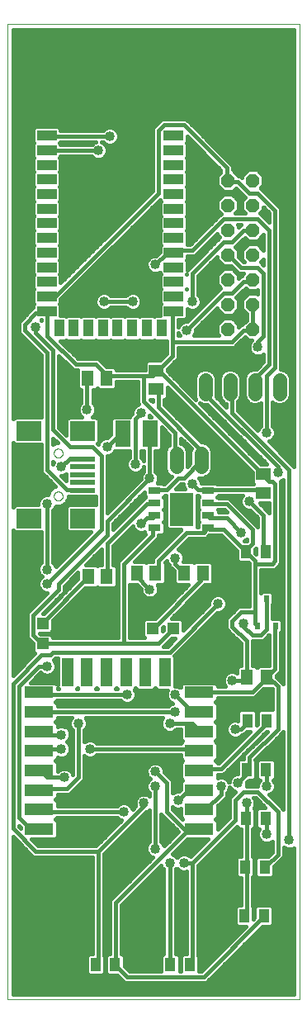
<source format=gtl>
G75*
%MOIN*%
%OFA0B0*%
%FSLAX25Y25*%
%IPPOS*%
%LPD*%
%AMOC8*
5,1,8,0,0,1.08239X$1,22.5*
%
%ADD10C,0.00000*%
%ADD11R,0.05906X0.05118*%
%ADD12R,0.05118X0.06299*%
%ADD13R,0.05118X0.05906*%
%ADD14R,0.09843X0.01969*%
%ADD15R,0.09843X0.07874*%
%ADD16OC8,0.05600*%
%ADD17C,0.05600*%
%ADD18R,0.04724X0.04724*%
%ADD19R,0.06299X0.10630*%
%ADD20R,0.04331X0.05512*%
%ADD21R,0.11811X0.04724*%
%ADD22R,0.04724X0.11811*%
%ADD23R,0.07874X0.03937*%
%ADD24R,0.03937X0.07087*%
%ADD25R,0.01969X0.02756*%
%ADD26R,0.05118X0.02756*%
%ADD27R,0.09449X0.13386*%
%ADD28C,0.01500*%
%ADD29C,0.04000*%
%ADD30C,0.01600*%
D10*
X0004077Y0001800D02*
X0004077Y0395501D01*
X0122187Y0395501D01*
X0122187Y0001800D01*
X0004077Y0001800D01*
X0022856Y0205068D02*
X0022858Y0205152D01*
X0022864Y0205235D01*
X0022874Y0205318D01*
X0022888Y0205401D01*
X0022905Y0205483D01*
X0022927Y0205564D01*
X0022952Y0205643D01*
X0022981Y0205722D01*
X0023014Y0205799D01*
X0023050Y0205874D01*
X0023090Y0205948D01*
X0023133Y0206020D01*
X0023180Y0206089D01*
X0023230Y0206156D01*
X0023283Y0206221D01*
X0023339Y0206283D01*
X0023397Y0206343D01*
X0023459Y0206400D01*
X0023523Y0206453D01*
X0023590Y0206504D01*
X0023659Y0206551D01*
X0023730Y0206596D01*
X0023803Y0206636D01*
X0023878Y0206673D01*
X0023955Y0206707D01*
X0024033Y0206737D01*
X0024112Y0206763D01*
X0024193Y0206786D01*
X0024275Y0206804D01*
X0024357Y0206819D01*
X0024440Y0206830D01*
X0024523Y0206837D01*
X0024607Y0206840D01*
X0024691Y0206839D01*
X0024774Y0206834D01*
X0024858Y0206825D01*
X0024940Y0206812D01*
X0025022Y0206796D01*
X0025103Y0206775D01*
X0025184Y0206751D01*
X0025262Y0206723D01*
X0025340Y0206691D01*
X0025416Y0206655D01*
X0025490Y0206616D01*
X0025562Y0206574D01*
X0025632Y0206528D01*
X0025700Y0206479D01*
X0025765Y0206427D01*
X0025828Y0206372D01*
X0025888Y0206314D01*
X0025946Y0206253D01*
X0026000Y0206189D01*
X0026052Y0206123D01*
X0026100Y0206055D01*
X0026145Y0205984D01*
X0026186Y0205911D01*
X0026225Y0205837D01*
X0026259Y0205761D01*
X0026290Y0205683D01*
X0026317Y0205604D01*
X0026341Y0205523D01*
X0026360Y0205442D01*
X0026376Y0205360D01*
X0026388Y0205277D01*
X0026396Y0205193D01*
X0026400Y0205110D01*
X0026400Y0205026D01*
X0026396Y0204943D01*
X0026388Y0204859D01*
X0026376Y0204776D01*
X0026360Y0204694D01*
X0026341Y0204613D01*
X0026317Y0204532D01*
X0026290Y0204453D01*
X0026259Y0204375D01*
X0026225Y0204299D01*
X0026186Y0204225D01*
X0026145Y0204152D01*
X0026100Y0204081D01*
X0026052Y0204013D01*
X0026000Y0203947D01*
X0025946Y0203883D01*
X0025888Y0203822D01*
X0025828Y0203764D01*
X0025765Y0203709D01*
X0025700Y0203657D01*
X0025632Y0203608D01*
X0025562Y0203562D01*
X0025490Y0203520D01*
X0025416Y0203481D01*
X0025340Y0203445D01*
X0025262Y0203413D01*
X0025184Y0203385D01*
X0025103Y0203361D01*
X0025022Y0203340D01*
X0024940Y0203324D01*
X0024858Y0203311D01*
X0024774Y0203302D01*
X0024691Y0203297D01*
X0024607Y0203296D01*
X0024523Y0203299D01*
X0024440Y0203306D01*
X0024357Y0203317D01*
X0024275Y0203332D01*
X0024193Y0203350D01*
X0024112Y0203373D01*
X0024033Y0203399D01*
X0023955Y0203429D01*
X0023878Y0203463D01*
X0023803Y0203500D01*
X0023730Y0203540D01*
X0023659Y0203585D01*
X0023590Y0203632D01*
X0023523Y0203683D01*
X0023459Y0203736D01*
X0023397Y0203793D01*
X0023339Y0203853D01*
X0023283Y0203915D01*
X0023230Y0203980D01*
X0023180Y0204047D01*
X0023133Y0204116D01*
X0023090Y0204188D01*
X0023050Y0204262D01*
X0023014Y0204337D01*
X0022981Y0204414D01*
X0022952Y0204493D01*
X0022927Y0204572D01*
X0022905Y0204653D01*
X0022888Y0204735D01*
X0022874Y0204818D01*
X0022864Y0204901D01*
X0022858Y0204984D01*
X0022856Y0205068D01*
X0022856Y0222391D02*
X0022858Y0222475D01*
X0022864Y0222558D01*
X0022874Y0222641D01*
X0022888Y0222724D01*
X0022905Y0222806D01*
X0022927Y0222887D01*
X0022952Y0222966D01*
X0022981Y0223045D01*
X0023014Y0223122D01*
X0023050Y0223197D01*
X0023090Y0223271D01*
X0023133Y0223343D01*
X0023180Y0223412D01*
X0023230Y0223479D01*
X0023283Y0223544D01*
X0023339Y0223606D01*
X0023397Y0223666D01*
X0023459Y0223723D01*
X0023523Y0223776D01*
X0023590Y0223827D01*
X0023659Y0223874D01*
X0023730Y0223919D01*
X0023803Y0223959D01*
X0023878Y0223996D01*
X0023955Y0224030D01*
X0024033Y0224060D01*
X0024112Y0224086D01*
X0024193Y0224109D01*
X0024275Y0224127D01*
X0024357Y0224142D01*
X0024440Y0224153D01*
X0024523Y0224160D01*
X0024607Y0224163D01*
X0024691Y0224162D01*
X0024774Y0224157D01*
X0024858Y0224148D01*
X0024940Y0224135D01*
X0025022Y0224119D01*
X0025103Y0224098D01*
X0025184Y0224074D01*
X0025262Y0224046D01*
X0025340Y0224014D01*
X0025416Y0223978D01*
X0025490Y0223939D01*
X0025562Y0223897D01*
X0025632Y0223851D01*
X0025700Y0223802D01*
X0025765Y0223750D01*
X0025828Y0223695D01*
X0025888Y0223637D01*
X0025946Y0223576D01*
X0026000Y0223512D01*
X0026052Y0223446D01*
X0026100Y0223378D01*
X0026145Y0223307D01*
X0026186Y0223234D01*
X0026225Y0223160D01*
X0026259Y0223084D01*
X0026290Y0223006D01*
X0026317Y0222927D01*
X0026341Y0222846D01*
X0026360Y0222765D01*
X0026376Y0222683D01*
X0026388Y0222600D01*
X0026396Y0222516D01*
X0026400Y0222433D01*
X0026400Y0222349D01*
X0026396Y0222266D01*
X0026388Y0222182D01*
X0026376Y0222099D01*
X0026360Y0222017D01*
X0026341Y0221936D01*
X0026317Y0221855D01*
X0026290Y0221776D01*
X0026259Y0221698D01*
X0026225Y0221622D01*
X0026186Y0221548D01*
X0026145Y0221475D01*
X0026100Y0221404D01*
X0026052Y0221336D01*
X0026000Y0221270D01*
X0025946Y0221206D01*
X0025888Y0221145D01*
X0025828Y0221087D01*
X0025765Y0221032D01*
X0025700Y0220980D01*
X0025632Y0220931D01*
X0025562Y0220885D01*
X0025490Y0220843D01*
X0025416Y0220804D01*
X0025340Y0220768D01*
X0025262Y0220736D01*
X0025184Y0220708D01*
X0025103Y0220684D01*
X0025022Y0220663D01*
X0024940Y0220647D01*
X0024858Y0220634D01*
X0024774Y0220625D01*
X0024691Y0220620D01*
X0024607Y0220619D01*
X0024523Y0220622D01*
X0024440Y0220629D01*
X0024357Y0220640D01*
X0024275Y0220655D01*
X0024193Y0220673D01*
X0024112Y0220696D01*
X0024033Y0220722D01*
X0023955Y0220752D01*
X0023878Y0220786D01*
X0023803Y0220823D01*
X0023730Y0220863D01*
X0023659Y0220908D01*
X0023590Y0220955D01*
X0023523Y0221006D01*
X0023459Y0221059D01*
X0023397Y0221116D01*
X0023339Y0221176D01*
X0023283Y0221238D01*
X0023230Y0221303D01*
X0023180Y0221370D01*
X0023133Y0221439D01*
X0023090Y0221511D01*
X0023050Y0221585D01*
X0023014Y0221660D01*
X0022981Y0221737D01*
X0022952Y0221816D01*
X0022927Y0221895D01*
X0022905Y0221976D01*
X0022888Y0222058D01*
X0022874Y0222141D01*
X0022864Y0222224D01*
X0022858Y0222307D01*
X0022856Y0222391D01*
D11*
X0064235Y0248257D03*
X0064235Y0255737D03*
X0107542Y0213808D03*
X0107542Y0206328D03*
D12*
X0108762Y0131879D03*
X0100888Y0131879D03*
X0083093Y0173926D03*
X0075613Y0173926D03*
X0063920Y0173926D03*
X0056439Y0173926D03*
X0044195Y0172627D03*
X0036715Y0172627D03*
D13*
X0036557Y0252666D03*
X0044038Y0252666D03*
D14*
X0034471Y0220028D03*
X0034471Y0216879D03*
X0034471Y0213729D03*
X0034471Y0210580D03*
X0034471Y0207430D03*
D15*
X0034471Y0196013D03*
X0034471Y0231446D03*
X0012817Y0231446D03*
X0012817Y0196013D03*
D16*
X0093172Y0272430D03*
X0093172Y0282430D03*
X0093172Y0292430D03*
X0093172Y0302430D03*
X0093172Y0312430D03*
X0093172Y0322430D03*
X0093172Y0332430D03*
X0103172Y0332430D03*
X0103172Y0322430D03*
X0103172Y0312430D03*
X0103172Y0302430D03*
X0103172Y0292430D03*
X0103172Y0282430D03*
X0103172Y0272430D03*
D17*
X0104038Y0251962D02*
X0104038Y0246362D01*
X0114038Y0246362D02*
X0114038Y0251962D01*
X0094038Y0251962D02*
X0094038Y0246362D01*
X0084038Y0246362D02*
X0084038Y0251962D01*
X0082345Y0222395D02*
X0082345Y0216795D01*
X0072345Y0216795D02*
X0072345Y0222395D01*
D18*
X0071124Y0151643D03*
X0062857Y0151643D03*
X0018487Y0153729D03*
X0018487Y0145461D03*
D19*
X0050691Y0230186D03*
X0061715Y0230186D03*
D20*
X0100494Y0182745D03*
X0108369Y0182745D03*
X0108920Y0114438D03*
X0108605Y0094753D03*
X0108290Y0075068D03*
X0107975Y0055383D03*
X0107660Y0035698D03*
X0099786Y0035698D03*
X0100101Y0055383D03*
X0100416Y0075068D03*
X0100731Y0094753D03*
X0101046Y0114438D03*
X0077739Y0016013D03*
X0069865Y0016013D03*
X0047620Y0016013D03*
X0039746Y0016013D03*
D21*
X0016951Y0070698D03*
X0016951Y0078572D03*
X0016951Y0086446D03*
X0016951Y0094320D03*
X0016951Y0102194D03*
X0016951Y0110068D03*
X0016951Y0117942D03*
X0016951Y0125816D03*
X0081518Y0125816D03*
X0081518Y0117942D03*
X0081518Y0110068D03*
X0081518Y0102194D03*
X0081518Y0094320D03*
X0081518Y0086446D03*
X0081518Y0078572D03*
X0081518Y0070698D03*
D22*
X0067739Y0134083D03*
X0059865Y0134083D03*
X0051991Y0134083D03*
X0044117Y0134083D03*
X0036243Y0134083D03*
X0028369Y0134083D03*
D23*
X0020061Y0279713D03*
X0020061Y0285619D03*
X0020061Y0291524D03*
X0020061Y0297430D03*
X0020061Y0303335D03*
X0020061Y0309241D03*
X0020061Y0315146D03*
X0020061Y0321052D03*
X0020061Y0326957D03*
X0020061Y0332863D03*
X0020061Y0338769D03*
X0020061Y0344674D03*
X0020061Y0350580D03*
X0071243Y0350580D03*
X0071243Y0344674D03*
X0071243Y0338769D03*
X0071243Y0332863D03*
X0071243Y0326957D03*
X0071243Y0321052D03*
X0071243Y0315146D03*
X0071243Y0309241D03*
X0071243Y0303335D03*
X0071243Y0297430D03*
X0071243Y0291524D03*
X0071243Y0285619D03*
X0071243Y0279713D03*
D24*
X0066321Y0272824D03*
X0060416Y0272824D03*
X0054510Y0272824D03*
X0048605Y0272824D03*
X0042699Y0272824D03*
X0036794Y0272824D03*
X0030888Y0272824D03*
X0024983Y0272824D03*
D25*
X0105061Y0152489D03*
X0108802Y0163729D03*
X0112542Y0152489D03*
D26*
X0085219Y0192253D03*
X0085219Y0197253D03*
X0085219Y0202253D03*
X0085219Y0207253D03*
X0063565Y0207253D03*
X0063565Y0202253D03*
X0063565Y0197253D03*
X0063565Y0192253D03*
D27*
X0074392Y0199753D03*
D28*
X0076527Y0190400D02*
X0083427Y0190400D01*
X0084577Y0191550D01*
X0085219Y0192253D01*
X0085727Y0191550D01*
X0091477Y0191550D01*
X0099527Y0183500D01*
X0100494Y0182745D01*
X0100677Y0183500D01*
X0102977Y0185800D01*
X0102977Y0191550D01*
X0092627Y0201900D01*
X0085727Y0201900D01*
X0085219Y0202253D01*
X0085219Y0197253D02*
X0085727Y0196150D01*
X0092627Y0196150D01*
X0098377Y0190400D01*
X0100494Y0182745D02*
X0100677Y0182350D01*
X0104127Y0178900D01*
X0104127Y0177750D01*
X0111027Y0177750D01*
X0112177Y0178900D01*
X0112177Y0209950D01*
X0111027Y0211100D01*
X0109877Y0211100D01*
X0107577Y0213400D01*
X0107542Y0213808D01*
X0106427Y0214550D01*
X0065027Y0255950D01*
X0064235Y0255737D01*
X0063877Y0254800D01*
X0062727Y0253650D01*
X0059277Y0253650D01*
X0059277Y0243300D01*
X0071927Y0230650D01*
X0071927Y0220300D01*
X0072345Y0219595D01*
X0073077Y0212250D02*
X0075377Y0212250D01*
X0082277Y0219150D01*
X0082345Y0219595D01*
X0082277Y0220300D01*
X0082277Y0223750D01*
X0065027Y0241000D01*
X0065027Y0247900D01*
X0064235Y0248257D01*
X0065027Y0255950D02*
X0070777Y0261700D01*
X0070777Y0267450D01*
X0094927Y0267450D01*
X0099527Y0272050D01*
X0102977Y0272050D01*
X0103172Y0272430D01*
X0102977Y0273200D01*
X0102977Y0282400D01*
X0103172Y0282430D01*
X0102977Y0291600D02*
X0103172Y0292430D01*
X0102977Y0291600D02*
X0099527Y0291600D01*
X0094927Y0287000D01*
X0091477Y0287000D01*
X0076527Y0272050D01*
X0078827Y0283550D02*
X0078827Y0295050D01*
X0091477Y0307700D01*
X0094927Y0307700D01*
X0099527Y0312300D01*
X0102977Y0312300D01*
X0103172Y0312430D01*
X0105277Y0316900D02*
X0109877Y0312300D01*
X0109877Y0258250D01*
X0104127Y0252500D01*
X0104127Y0250200D01*
X0104038Y0249162D01*
X0108727Y0253650D02*
X0108727Y0230650D01*
X0113327Y0216850D02*
X0113327Y0214550D01*
X0113327Y0216850D02*
X0084577Y0245600D01*
X0084577Y0249050D01*
X0084038Y0249162D01*
X0094038Y0249162D02*
X0094927Y0249050D01*
X0094927Y0238700D01*
X0117927Y0215700D01*
X0117927Y0066200D01*
X0113327Y0060450D02*
X0108727Y0055850D01*
X0107975Y0055383D01*
X0113327Y0060450D02*
X0113327Y0077700D01*
X0105277Y0085750D01*
X0099527Y0085750D01*
X0096077Y0082300D01*
X0096077Y0074250D01*
X0078827Y0057000D01*
X0075377Y0057000D01*
X0078827Y0057000D02*
X0078827Y0016750D01*
X0077739Y0016013D01*
X0083427Y0011000D02*
X0052377Y0011000D01*
X0047777Y0015600D01*
X0047620Y0016013D01*
X0047777Y0016750D01*
X0047777Y0040900D01*
X0076527Y0069650D01*
X0081518Y0070698D01*
X0081127Y0069650D01*
X0076527Y0069650D01*
X0068477Y0077700D01*
X0068477Y0089200D01*
X0063877Y0093800D01*
X0063877Y0088050D02*
X0063877Y0062750D01*
X0069627Y0057000D02*
X0069627Y0016750D01*
X0069865Y0016013D01*
X0083427Y0011000D02*
X0107577Y0035150D01*
X0107660Y0035698D01*
X0100677Y0036300D02*
X0100677Y0054700D01*
X0100101Y0055383D01*
X0100677Y0055850D01*
X0100677Y0074250D01*
X0100416Y0075068D01*
X0100677Y0075400D01*
X0100677Y0081150D01*
X0097227Y0089200D02*
X0101827Y0093800D01*
X0100731Y0094753D01*
X0101827Y0094950D01*
X0101827Y0099550D01*
X0113327Y0111050D01*
X0113327Y0128300D01*
X0109877Y0131750D01*
X0108762Y0131879D01*
X0108727Y0131750D01*
X0102977Y0126000D01*
X0082277Y0126000D01*
X0081518Y0125816D01*
X0081518Y0117942D02*
X0081127Y0117950D01*
X0078827Y0117950D01*
X0071927Y0124850D01*
X0071927Y0117950D02*
X0017877Y0117950D01*
X0016951Y0117942D01*
X0017877Y0124850D02*
X0016951Y0125816D01*
X0017877Y0124850D02*
X0052377Y0124850D01*
X0051227Y0145550D02*
X0051227Y0177750D01*
X0062727Y0189250D01*
X0062727Y0191550D01*
X0063565Y0192253D01*
X0062727Y0196150D02*
X0063565Y0197253D01*
X0062727Y0196150D02*
X0060427Y0196150D01*
X0058127Y0193850D01*
X0060427Y0201900D02*
X0044327Y0185800D01*
X0044327Y0173150D01*
X0044195Y0172627D01*
X0044327Y0189250D02*
X0024777Y0169700D01*
X0024777Y0167400D01*
X0014427Y0157050D01*
X0014427Y0149000D01*
X0017877Y0145550D01*
X0018487Y0145461D01*
X0019027Y0145550D01*
X0051227Y0145550D01*
X0065027Y0145550D01*
X0070777Y0151300D01*
X0071124Y0151643D01*
X0069627Y0142100D02*
X0022477Y0142100D01*
X0021327Y0140950D01*
X0017877Y0140950D01*
X0006377Y0129450D01*
X0006377Y0070800D01*
X0015577Y0061600D01*
X0040877Y0061600D01*
X0059277Y0080000D01*
X0059277Y0081150D01*
X0051227Y0077700D02*
X0017877Y0077700D01*
X0016951Y0078572D01*
X0016727Y0070800D02*
X0016951Y0070698D01*
X0016727Y0070800D02*
X0013277Y0070800D01*
X0008677Y0075400D01*
X0008677Y0128300D01*
X0016727Y0136350D01*
X0020177Y0136350D01*
X0018487Y0153729D02*
X0019027Y0154750D01*
X0036277Y0172000D01*
X0036715Y0172627D01*
X0020177Y0169700D02*
X0042027Y0191550D01*
X0042027Y0221450D01*
X0038577Y0224900D01*
X0029377Y0224900D01*
X0022477Y0231800D01*
X0022477Y0264000D01*
X0015577Y0270900D01*
X0015577Y0273200D01*
X0010977Y0274350D02*
X0015577Y0278950D01*
X0019027Y0278950D01*
X0020061Y0279713D01*
X0020177Y0278950D01*
X0020177Y0269750D01*
X0031677Y0258250D01*
X0039727Y0258250D01*
X0044327Y0253650D01*
X0044038Y0252666D01*
X0044327Y0253650D02*
X0059277Y0253650D01*
X0058127Y0238700D02*
X0055827Y0236400D01*
X0055827Y0218000D01*
X0061577Y0212250D02*
X0044327Y0195000D01*
X0044327Y0189250D01*
X0034471Y0207430D02*
X0033977Y0207650D01*
X0028227Y0207650D01*
X0020177Y0215700D01*
X0020177Y0262850D01*
X0010977Y0272050D01*
X0010977Y0274350D01*
X0020061Y0285619D02*
X0020177Y0285850D01*
X0023627Y0285850D01*
X0065027Y0327250D01*
X0065027Y0352550D01*
X0067327Y0354850D01*
X0075377Y0354850D01*
X0092627Y0337600D01*
X0092627Y0333000D01*
X0093172Y0332430D01*
X0093777Y0331850D01*
X0097227Y0331850D01*
X0101827Y0327250D01*
X0105277Y0327250D01*
X0112177Y0320350D01*
X0112177Y0257100D01*
X0108727Y0253650D01*
X0105277Y0265150D02*
X0105277Y0267450D01*
X0107577Y0269750D01*
X0107577Y0295050D01*
X0105277Y0297350D01*
X0098377Y0297350D01*
X0093777Y0301950D01*
X0093172Y0302430D01*
X0078827Y0304250D02*
X0091477Y0316900D01*
X0105277Y0316900D01*
X0078827Y0304250D02*
X0071927Y0304250D01*
X0071243Y0303335D01*
X0070777Y0303100D01*
X0068477Y0303100D01*
X0063877Y0298500D01*
X0071243Y0279713D02*
X0070777Y0278950D01*
X0070777Y0267450D01*
X0061715Y0230186D02*
X0061577Y0229500D01*
X0061577Y0212250D01*
X0063877Y0207650D02*
X0063565Y0207253D01*
X0063877Y0207650D02*
X0068477Y0207650D01*
X0073077Y0212250D01*
X0078827Y0209950D02*
X0081127Y0207650D01*
X0084577Y0207650D01*
X0085219Y0207253D01*
X0085727Y0207650D01*
X0105277Y0207650D01*
X0106427Y0206500D01*
X0107542Y0206328D01*
X0101827Y0203050D02*
X0107577Y0197300D01*
X0107577Y0183500D01*
X0108369Y0182745D01*
X0104127Y0177750D02*
X0104127Y0158200D01*
X0098377Y0158200D01*
X0094927Y0154750D01*
X0094927Y0152450D01*
X0100677Y0146700D01*
X0100677Y0132900D01*
X0100888Y0131879D01*
X0100677Y0131750D01*
X0099527Y0130600D01*
X0094927Y0130600D01*
X0101046Y0114438D02*
X0100677Y0113350D01*
X0098377Y0111050D01*
X0096077Y0111050D01*
X0108727Y0113350D02*
X0090327Y0094950D01*
X0082277Y0094950D01*
X0081518Y0094320D01*
X0081518Y0102194D02*
X0081127Y0103000D01*
X0037427Y0103000D01*
X0032827Y0113350D02*
X0032827Y0091500D01*
X0028227Y0086900D01*
X0017877Y0086900D01*
X0016951Y0086446D01*
X0020177Y0091500D02*
X0017877Y0093800D01*
X0016951Y0094320D01*
X0016951Y0102194D02*
X0017877Y0103000D01*
X0025927Y0103000D01*
X0025927Y0108750D02*
X0019027Y0108750D01*
X0017877Y0109900D01*
X0016951Y0110068D01*
X0020177Y0091500D02*
X0027077Y0091500D01*
X0040877Y0061600D02*
X0040877Y0016750D01*
X0039746Y0016013D01*
X0069627Y0113350D02*
X0078827Y0113350D01*
X0081127Y0111050D01*
X0081518Y0110068D01*
X0081518Y0086446D02*
X0081127Y0085750D01*
X0076527Y0085750D01*
X0073077Y0082300D01*
X0081518Y0078572D02*
X0082277Y0078850D01*
X0084577Y0078850D01*
X0090327Y0084600D01*
X0090327Y0088050D01*
X0100677Y0036300D02*
X0099786Y0035698D01*
X0108727Y0068500D02*
X0108727Y0074250D01*
X0108290Y0075068D01*
X0108727Y0088050D02*
X0108727Y0093800D01*
X0108605Y0094753D01*
X0108727Y0113350D02*
X0108920Y0114438D01*
X0108762Y0131879D02*
X0109877Y0132900D01*
X0112177Y0135200D01*
X0112177Y0152450D01*
X0112542Y0152489D01*
X0108727Y0151300D02*
X0106427Y0149000D01*
X0102977Y0149000D01*
X0099527Y0152450D01*
X0099527Y0153600D01*
X0104127Y0153600D02*
X0105061Y0152489D01*
X0104127Y0153600D02*
X0104127Y0158200D01*
X0108727Y0162800D02*
X0108727Y0151300D01*
X0108727Y0162800D02*
X0108802Y0163729D01*
X0089177Y0161650D02*
X0069627Y0142100D01*
X0062857Y0151643D02*
X0063877Y0152450D01*
X0082277Y0170850D01*
X0082277Y0173150D01*
X0083093Y0173926D01*
X0076527Y0190400D02*
X0065027Y0178900D01*
X0065027Y0174300D01*
X0063920Y0173926D01*
X0061577Y0167400D02*
X0055827Y0173150D01*
X0056439Y0173926D01*
X0060427Y0201900D02*
X0062727Y0201900D01*
X0063565Y0202253D01*
X0071927Y0180050D02*
X0071927Y0177750D01*
X0075377Y0174300D01*
X0075613Y0173926D01*
X0044327Y0224900D02*
X0050077Y0230650D01*
X0050691Y0230186D01*
X0036277Y0239850D02*
X0036277Y0252500D01*
X0036557Y0252666D01*
X0043177Y0283550D02*
X0054677Y0283550D01*
X0040877Y0344500D02*
X0020177Y0344500D01*
X0020061Y0344674D01*
X0020177Y0350250D02*
X0020061Y0350580D01*
X0020177Y0350250D02*
X0045477Y0350250D01*
X0033977Y0220300D02*
X0029377Y0220300D01*
X0025927Y0216850D01*
X0020177Y0201900D02*
X0020177Y0175450D01*
X0034471Y0220028D02*
X0033977Y0220300D01*
D29*
X0036277Y0239850D03*
X0044327Y0224900D03*
X0055827Y0218000D03*
X0061577Y0212250D03*
X0058127Y0193850D03*
X0061577Y0167400D03*
X0071927Y0180050D03*
X0078827Y0209950D03*
X0089177Y0161650D03*
X0098377Y0190400D03*
X0101827Y0203050D03*
X0108727Y0230650D03*
X0113327Y0214550D03*
X0105277Y0265150D03*
X0078827Y0283550D03*
X0076527Y0272050D03*
X0063877Y0298500D03*
X0054677Y0283550D03*
X0043177Y0283550D03*
X0058127Y0238700D03*
X0025927Y0216850D03*
X0020177Y0201900D03*
X0020177Y0175450D03*
X0020177Y0169700D03*
X0020177Y0136350D03*
X0025927Y0108750D03*
X0025927Y0103000D03*
X0027077Y0091500D03*
X0032827Y0113350D03*
X0037427Y0103000D03*
X0051227Y0077700D03*
X0059277Y0081150D03*
X0063877Y0088050D03*
X0063877Y0093800D03*
X0069627Y0113350D03*
X0071927Y0117950D03*
X0071927Y0124850D03*
X0073077Y0082300D03*
X0075377Y0057000D03*
X0069627Y0057000D03*
X0063877Y0062750D03*
X0052377Y0124850D03*
X0090327Y0088050D03*
X0096077Y0111050D03*
X0094927Y0130600D03*
X0099527Y0153600D03*
X0097227Y0089200D03*
X0100677Y0081150D03*
X0108727Y0088050D03*
X0108727Y0068500D03*
X0117927Y0066200D03*
X0040877Y0344500D03*
X0045477Y0350250D03*
X0015577Y0273200D03*
D30*
X0017827Y0276041D02*
X0017723Y0276145D01*
X0017827Y0276145D01*
X0017827Y0276041D01*
X0013227Y0279923D02*
X0014524Y0281221D01*
X0014524Y0282345D01*
X0014846Y0282666D01*
X0014524Y0282988D01*
X0014524Y0288250D01*
X0014846Y0288572D01*
X0014524Y0288893D01*
X0014524Y0294156D01*
X0014846Y0294477D01*
X0014524Y0294799D01*
X0014524Y0300061D01*
X0014846Y0300383D01*
X0014524Y0300704D01*
X0014524Y0305967D01*
X0014846Y0306288D01*
X0014524Y0306610D01*
X0014524Y0311872D01*
X0014846Y0312194D01*
X0014524Y0312515D01*
X0014524Y0317778D01*
X0014846Y0318099D01*
X0014524Y0318421D01*
X0014524Y0323683D01*
X0014846Y0324005D01*
X0014524Y0324326D01*
X0014524Y0329589D01*
X0014846Y0329910D01*
X0014524Y0330232D01*
X0014524Y0335494D01*
X0014846Y0335816D01*
X0014524Y0336137D01*
X0014524Y0341400D01*
X0014846Y0341721D01*
X0014524Y0342043D01*
X0014524Y0347305D01*
X0014846Y0347627D01*
X0014524Y0347948D01*
X0014524Y0353211D01*
X0015462Y0354148D01*
X0024661Y0354148D01*
X0025598Y0353211D01*
X0025598Y0352600D01*
X0042736Y0352600D01*
X0043438Y0353302D01*
X0044761Y0353850D01*
X0046193Y0353850D01*
X0047516Y0353302D01*
X0048529Y0352289D01*
X0049077Y0350966D01*
X0049077Y0349534D01*
X0048529Y0348211D01*
X0047516Y0347198D01*
X0046193Y0346650D01*
X0044761Y0346650D01*
X0043438Y0347198D01*
X0042736Y0347900D01*
X0042076Y0347900D01*
X0042916Y0347552D01*
X0043929Y0346539D01*
X0044477Y0345216D01*
X0044477Y0343784D01*
X0043929Y0342461D01*
X0042916Y0341448D01*
X0041593Y0340900D01*
X0040161Y0340900D01*
X0038838Y0341448D01*
X0038136Y0342150D01*
X0025598Y0342150D01*
X0025598Y0342043D01*
X0025277Y0341721D01*
X0025598Y0341400D01*
X0025598Y0336137D01*
X0025277Y0335816D01*
X0025598Y0335494D01*
X0025598Y0330232D01*
X0025277Y0329910D01*
X0025598Y0329589D01*
X0025598Y0324326D01*
X0025277Y0324005D01*
X0025598Y0323683D01*
X0025598Y0318421D01*
X0025277Y0318099D01*
X0025598Y0317778D01*
X0025598Y0312515D01*
X0025277Y0312194D01*
X0025598Y0311872D01*
X0025598Y0306610D01*
X0025277Y0306288D01*
X0025598Y0305967D01*
X0025598Y0300704D01*
X0025277Y0300383D01*
X0025598Y0300061D01*
X0025598Y0294799D01*
X0025277Y0294477D01*
X0025598Y0294156D01*
X0025598Y0291145D01*
X0062677Y0328223D01*
X0062677Y0353523D01*
X0064977Y0355823D01*
X0066354Y0357200D01*
X0076351Y0357200D01*
X0093601Y0339950D01*
X0094977Y0338573D01*
X0094977Y0336830D01*
X0094994Y0336830D01*
X0097572Y0334252D01*
X0097572Y0334200D01*
X0098201Y0334200D01*
X0098772Y0333629D01*
X0098772Y0334252D01*
X0101349Y0336830D01*
X0104994Y0336830D01*
X0107572Y0334252D01*
X0107572Y0330607D01*
X0106407Y0329443D01*
X0113151Y0322700D01*
X0114527Y0321323D01*
X0114527Y0256362D01*
X0114913Y0256362D01*
X0116530Y0255692D01*
X0117768Y0254455D01*
X0118438Y0252837D01*
X0118438Y0245487D01*
X0117768Y0243870D01*
X0116530Y0242632D01*
X0114913Y0241962D01*
X0113163Y0241962D01*
X0111545Y0242632D01*
X0111077Y0243100D01*
X0111077Y0233391D01*
X0111779Y0232689D01*
X0112327Y0231366D01*
X0112327Y0229934D01*
X0111779Y0228611D01*
X0110766Y0227598D01*
X0109767Y0227184D01*
X0118901Y0218050D01*
X0119887Y0217063D01*
X0119887Y0393201D01*
X0006377Y0393201D01*
X0006377Y0236126D01*
X0007233Y0236983D01*
X0017827Y0236983D01*
X0017827Y0261877D01*
X0010004Y0269700D01*
X0010004Y0269700D01*
X0008627Y0271077D01*
X0008627Y0275323D01*
X0013227Y0279923D01*
X0013245Y0279941D02*
X0006377Y0279941D01*
X0006377Y0281539D02*
X0014524Y0281539D01*
X0014524Y0283138D02*
X0006377Y0283138D01*
X0006377Y0284737D02*
X0014524Y0284737D01*
X0014524Y0286335D02*
X0006377Y0286335D01*
X0006377Y0287934D02*
X0014524Y0287934D01*
X0014524Y0289532D02*
X0006377Y0289532D01*
X0006377Y0291131D02*
X0014524Y0291131D01*
X0014524Y0292729D02*
X0006377Y0292729D01*
X0006377Y0294328D02*
X0014696Y0294328D01*
X0014524Y0295926D02*
X0006377Y0295926D01*
X0006377Y0297525D02*
X0014524Y0297525D01*
X0014524Y0299123D02*
X0006377Y0299123D01*
X0006377Y0300722D02*
X0014524Y0300722D01*
X0014524Y0302320D02*
X0006377Y0302320D01*
X0006377Y0303919D02*
X0014524Y0303919D01*
X0014524Y0305517D02*
X0006377Y0305517D01*
X0006377Y0307116D02*
X0014524Y0307116D01*
X0014524Y0308714D02*
X0006377Y0308714D01*
X0006377Y0310313D02*
X0014524Y0310313D01*
X0014563Y0311911D02*
X0006377Y0311911D01*
X0006377Y0313510D02*
X0014524Y0313510D01*
X0014524Y0315108D02*
X0006377Y0315108D01*
X0006377Y0316707D02*
X0014524Y0316707D01*
X0014640Y0318305D02*
X0006377Y0318305D01*
X0006377Y0319904D02*
X0014524Y0319904D01*
X0014524Y0321502D02*
X0006377Y0321502D01*
X0006377Y0323101D02*
X0014524Y0323101D01*
X0014524Y0324699D02*
X0006377Y0324699D01*
X0006377Y0326298D02*
X0014524Y0326298D01*
X0014524Y0327896D02*
X0006377Y0327896D01*
X0006377Y0329495D02*
X0014524Y0329495D01*
X0014524Y0331093D02*
X0006377Y0331093D01*
X0006377Y0332692D02*
X0014524Y0332692D01*
X0014524Y0334290D02*
X0006377Y0334290D01*
X0006377Y0335889D02*
X0014773Y0335889D01*
X0014524Y0337487D02*
X0006377Y0337487D01*
X0006377Y0339086D02*
X0014524Y0339086D01*
X0014524Y0340684D02*
X0006377Y0340684D01*
X0006377Y0342283D02*
X0014524Y0342283D01*
X0014524Y0343881D02*
X0006377Y0343881D01*
X0006377Y0345480D02*
X0014524Y0345480D01*
X0014524Y0347078D02*
X0006377Y0347078D01*
X0006377Y0348677D02*
X0014524Y0348677D01*
X0014524Y0350275D02*
X0006377Y0350275D01*
X0006377Y0351874D02*
X0014524Y0351874D01*
X0014786Y0353472D02*
X0006377Y0353472D01*
X0006377Y0355071D02*
X0064225Y0355071D01*
X0062677Y0353472D02*
X0047105Y0353472D01*
X0047228Y0347078D02*
X0062677Y0347078D01*
X0062677Y0345480D02*
X0044368Y0345480D01*
X0044477Y0343881D02*
X0062677Y0343881D01*
X0062677Y0342283D02*
X0043751Y0342283D01*
X0043727Y0347078D02*
X0043390Y0347078D01*
X0043850Y0353472D02*
X0025337Y0353472D01*
X0025550Y0347900D02*
X0039678Y0347900D01*
X0038838Y0347552D01*
X0038136Y0346850D01*
X0025598Y0346850D01*
X0025598Y0347305D01*
X0025277Y0347627D01*
X0025550Y0347900D01*
X0025598Y0347078D02*
X0038364Y0347078D01*
X0048722Y0348677D02*
X0062677Y0348677D01*
X0062677Y0350275D02*
X0049077Y0350275D01*
X0048701Y0351874D02*
X0062677Y0351874D01*
X0065823Y0356670D02*
X0006377Y0356670D01*
X0006377Y0358268D02*
X0119887Y0358268D01*
X0119887Y0356670D02*
X0076881Y0356670D01*
X0078480Y0355071D02*
X0119887Y0355071D01*
X0119887Y0353472D02*
X0080078Y0353472D01*
X0081677Y0351874D02*
X0119887Y0351874D01*
X0119887Y0350275D02*
X0083275Y0350275D01*
X0084874Y0348677D02*
X0119887Y0348677D01*
X0119887Y0347078D02*
X0086472Y0347078D01*
X0084621Y0342283D02*
X0076780Y0342283D01*
X0076780Y0342043D02*
X0076780Y0347305D01*
X0076458Y0347627D01*
X0076780Y0347948D01*
X0076780Y0350124D01*
X0090277Y0336627D01*
X0090277Y0335758D01*
X0088772Y0334252D01*
X0088772Y0330607D01*
X0091349Y0328030D01*
X0094994Y0328030D01*
X0096359Y0329395D01*
X0099477Y0326277D01*
X0100136Y0325617D01*
X0098772Y0324252D01*
X0098772Y0320607D01*
X0100129Y0319250D01*
X0096214Y0319250D01*
X0097572Y0320607D01*
X0097572Y0324252D01*
X0094994Y0326830D01*
X0091349Y0326830D01*
X0088772Y0324252D01*
X0088772Y0320607D01*
X0090316Y0319063D01*
X0089127Y0317873D01*
X0077854Y0306600D01*
X0076770Y0306600D01*
X0076780Y0306610D01*
X0076780Y0311872D01*
X0076458Y0312194D01*
X0076780Y0312515D01*
X0076780Y0317778D01*
X0076458Y0318099D01*
X0076780Y0318421D01*
X0076780Y0323683D01*
X0076458Y0324005D01*
X0076780Y0324326D01*
X0076780Y0329589D01*
X0076458Y0329910D01*
X0076780Y0330232D01*
X0076780Y0335494D01*
X0076458Y0335816D01*
X0076780Y0336137D01*
X0076780Y0341400D01*
X0076458Y0341721D01*
X0076780Y0342043D01*
X0076780Y0340684D02*
X0086219Y0340684D01*
X0087818Y0339086D02*
X0076780Y0339086D01*
X0076780Y0337487D02*
X0089416Y0337487D01*
X0090277Y0335889D02*
X0076531Y0335889D01*
X0076780Y0334290D02*
X0088810Y0334290D01*
X0088772Y0332692D02*
X0076780Y0332692D01*
X0076780Y0331093D02*
X0088772Y0331093D01*
X0089884Y0329495D02*
X0076780Y0329495D01*
X0076780Y0327896D02*
X0097857Y0327896D01*
X0099456Y0326298D02*
X0095526Y0326298D01*
X0097125Y0324699D02*
X0099219Y0324699D01*
X0098772Y0323101D02*
X0097572Y0323101D01*
X0097572Y0321502D02*
X0098772Y0321502D01*
X0099475Y0319904D02*
X0096868Y0319904D01*
X0097274Y0314550D02*
X0098454Y0314550D01*
X0097572Y0313668D01*
X0097572Y0314252D01*
X0097274Y0314550D01*
X0099965Y0309414D02*
X0097277Y0306727D01*
X0096187Y0305637D01*
X0097572Y0304252D01*
X0097572Y0301479D01*
X0099351Y0299700D01*
X0099679Y0299700D01*
X0098772Y0300607D01*
X0098772Y0304252D01*
X0101349Y0306830D01*
X0104994Y0306830D01*
X0107527Y0304297D01*
X0107527Y0310563D01*
X0104994Y0308030D01*
X0101349Y0308030D01*
X0099965Y0309414D01*
X0099265Y0308714D02*
X0100665Y0308714D01*
X0100036Y0305517D02*
X0096307Y0305517D01*
X0097572Y0303919D02*
X0098772Y0303919D01*
X0098772Y0302320D02*
X0097572Y0302320D01*
X0098329Y0300722D02*
X0098772Y0300722D01*
X0096027Y0296377D02*
X0097404Y0295000D01*
X0099519Y0295000D01*
X0098772Y0294252D01*
X0098772Y0293950D01*
X0098554Y0293950D01*
X0097572Y0292968D01*
X0097572Y0294252D01*
X0094994Y0296830D01*
X0091349Y0296830D01*
X0088772Y0294252D01*
X0088772Y0290607D01*
X0090266Y0289113D01*
X0076804Y0275650D01*
X0075811Y0275650D01*
X0074488Y0275102D01*
X0073475Y0274089D01*
X0073127Y0273249D01*
X0073127Y0276145D01*
X0075842Y0276145D01*
X0076780Y0277082D01*
X0076780Y0280506D01*
X0076788Y0280498D01*
X0078111Y0279950D01*
X0079543Y0279950D01*
X0080866Y0280498D01*
X0081879Y0281511D01*
X0082427Y0282834D01*
X0082427Y0284266D01*
X0081879Y0285589D01*
X0081177Y0286291D01*
X0081177Y0294077D01*
X0088772Y0301671D01*
X0088772Y0300607D01*
X0091349Y0298030D01*
X0094374Y0298030D01*
X0096027Y0296377D01*
X0096027Y0296377D01*
X0095898Y0295926D02*
X0096478Y0295926D01*
X0097497Y0294328D02*
X0098847Y0294328D01*
X0100315Y0289064D02*
X0101349Y0288030D01*
X0104994Y0288030D01*
X0105227Y0288263D01*
X0105227Y0286597D01*
X0104994Y0286830D01*
X0101349Y0286830D01*
X0098772Y0284252D01*
X0098772Y0280607D01*
X0100627Y0278752D01*
X0100627Y0276108D01*
X0098919Y0274400D01*
X0098554Y0274400D01*
X0097572Y0273418D01*
X0097572Y0274252D01*
X0094994Y0276830D01*
X0091349Y0276830D01*
X0088772Y0274252D01*
X0088772Y0270607D01*
X0089579Y0269800D01*
X0079368Y0269800D01*
X0079579Y0270011D01*
X0080127Y0271334D01*
X0080127Y0272327D01*
X0088772Y0280971D01*
X0088772Y0280607D01*
X0091349Y0278030D01*
X0094994Y0278030D01*
X0097572Y0280607D01*
X0097572Y0284252D01*
X0096537Y0285287D01*
X0097277Y0286027D01*
X0100315Y0289064D01*
X0099184Y0287934D02*
X0105227Y0287934D01*
X0100854Y0286335D02*
X0097586Y0286335D01*
X0097088Y0284737D02*
X0099256Y0284737D01*
X0098772Y0283138D02*
X0097572Y0283138D01*
X0097572Y0281539D02*
X0098772Y0281539D01*
X0099438Y0279941D02*
X0096905Y0279941D01*
X0096679Y0275145D02*
X0099665Y0275145D01*
X0100627Y0276744D02*
X0095080Y0276744D01*
X0095307Y0278342D02*
X0100627Y0278342D01*
X0097701Y0273547D02*
X0097572Y0273547D01*
X0100090Y0269289D02*
X0097277Y0266477D01*
X0095901Y0265100D01*
X0073127Y0265100D01*
X0073127Y0260727D01*
X0068787Y0256387D01*
X0068787Y0255513D01*
X0080221Y0244080D01*
X0079638Y0245487D01*
X0079638Y0252837D01*
X0080308Y0254455D01*
X0081545Y0255692D01*
X0083163Y0256362D01*
X0084913Y0256362D01*
X0086530Y0255692D01*
X0087768Y0254455D01*
X0088438Y0252837D01*
X0088438Y0245487D01*
X0088314Y0245187D01*
X0092577Y0240923D01*
X0092577Y0242205D01*
X0091545Y0242632D01*
X0090308Y0243870D01*
X0089638Y0245487D01*
X0089638Y0252837D01*
X0090308Y0254455D01*
X0091545Y0255692D01*
X0093163Y0256362D01*
X0094913Y0256362D01*
X0096530Y0255692D01*
X0097768Y0254455D01*
X0098438Y0252837D01*
X0098438Y0245487D01*
X0097768Y0243870D01*
X0097277Y0243379D01*
X0097277Y0239673D01*
X0105261Y0231689D01*
X0105675Y0232689D01*
X0106377Y0233391D01*
X0106377Y0242569D01*
X0104913Y0241962D01*
X0103163Y0241962D01*
X0101545Y0242632D01*
X0100308Y0243870D01*
X0099638Y0245487D01*
X0099638Y0252837D01*
X0100308Y0254455D01*
X0101545Y0255692D01*
X0103163Y0256362D01*
X0104666Y0256362D01*
X0107527Y0259223D01*
X0107527Y0262309D01*
X0107316Y0262098D01*
X0105993Y0261550D01*
X0104561Y0261550D01*
X0103238Y0262098D01*
X0102225Y0263111D01*
X0101677Y0264434D01*
X0101677Y0265866D01*
X0102225Y0267189D01*
X0102927Y0267891D01*
X0102927Y0268030D01*
X0101349Y0268030D01*
X0100090Y0269289D01*
X0099552Y0268751D02*
X0100628Y0268751D01*
X0102210Y0267153D02*
X0097953Y0267153D01*
X0096355Y0265554D02*
X0101677Y0265554D01*
X0101875Y0263956D02*
X0073127Y0263956D01*
X0073127Y0262357D02*
X0102979Y0262357D01*
X0105866Y0257562D02*
X0069962Y0257562D01*
X0068787Y0255963D02*
X0082200Y0255963D01*
X0080270Y0254365D02*
X0069936Y0254365D01*
X0071534Y0252766D02*
X0079638Y0252766D01*
X0079638Y0251168D02*
X0073133Y0251168D01*
X0071282Y0246372D02*
X0068787Y0246372D01*
X0068787Y0245035D02*
X0068787Y0248866D01*
X0102989Y0214665D01*
X0102989Y0210586D01*
X0103507Y0210068D01*
X0103440Y0210000D01*
X0088671Y0210000D01*
X0088441Y0210231D01*
X0082427Y0210231D01*
X0082427Y0210666D01*
X0081879Y0211989D01*
X0081473Y0212395D01*
X0083220Y0212395D01*
X0084837Y0213065D01*
X0086075Y0214303D01*
X0086745Y0215920D01*
X0086745Y0223270D01*
X0086075Y0224888D01*
X0084837Y0226125D01*
X0083220Y0226795D01*
X0082555Y0226795D01*
X0067377Y0241973D01*
X0067377Y0244098D01*
X0067850Y0244098D01*
X0068787Y0245035D01*
X0068526Y0244774D02*
X0072880Y0244774D01*
X0074479Y0243175D02*
X0067377Y0243175D01*
X0067774Y0241577D02*
X0076077Y0241577D01*
X0077676Y0239978D02*
X0069372Y0239978D01*
X0070971Y0238380D02*
X0079274Y0238380D01*
X0077365Y0231986D02*
X0085668Y0231986D01*
X0087267Y0230387D02*
X0078963Y0230387D01*
X0080562Y0228789D02*
X0088865Y0228789D01*
X0090464Y0227190D02*
X0082160Y0227190D01*
X0084070Y0233584D02*
X0075766Y0233584D01*
X0075514Y0227190D02*
X0074277Y0227190D01*
X0074277Y0226357D02*
X0074277Y0228427D01*
X0078381Y0224323D01*
X0077945Y0223270D01*
X0077945Y0218141D01*
X0076745Y0216941D01*
X0076745Y0223270D01*
X0076075Y0224888D01*
X0074837Y0226125D01*
X0074277Y0226357D01*
X0075371Y0225592D02*
X0077112Y0225592D01*
X0076446Y0223993D02*
X0078244Y0223993D01*
X0077945Y0222395D02*
X0076745Y0222395D01*
X0076745Y0220796D02*
X0077945Y0220796D01*
X0077945Y0219198D02*
X0076745Y0219198D01*
X0076745Y0217599D02*
X0077403Y0217599D01*
X0075227Y0209900D02*
X0075227Y0209234D01*
X0075719Y0208046D01*
X0072196Y0208046D01*
X0074051Y0209900D01*
X0075227Y0209900D01*
X0075227Y0209606D02*
X0073757Y0209606D01*
X0070359Y0212855D02*
X0067504Y0210000D01*
X0067018Y0210000D01*
X0066787Y0210231D01*
X0064637Y0210231D01*
X0065177Y0211534D01*
X0065177Y0212966D01*
X0064629Y0214289D01*
X0063927Y0214991D01*
X0063927Y0223271D01*
X0065527Y0223271D01*
X0066465Y0224208D01*
X0066465Y0232789D01*
X0069577Y0229677D01*
X0069577Y0225850D01*
X0068615Y0224888D01*
X0067945Y0223270D01*
X0067945Y0215920D01*
X0068615Y0214303D01*
X0069852Y0213065D01*
X0070359Y0212855D01*
X0070307Y0212803D02*
X0065177Y0212803D01*
X0065041Y0211205D02*
X0068709Y0211205D01*
X0068574Y0214402D02*
X0064516Y0214402D01*
X0063927Y0216001D02*
X0067945Y0216001D01*
X0067945Y0217599D02*
X0063927Y0217599D01*
X0063927Y0219198D02*
X0067945Y0219198D01*
X0067945Y0220796D02*
X0063927Y0220796D01*
X0063927Y0222395D02*
X0067945Y0222395D01*
X0068244Y0223993D02*
X0066250Y0223993D01*
X0066465Y0225592D02*
X0069319Y0225592D01*
X0069577Y0227190D02*
X0066465Y0227190D01*
X0066465Y0228789D02*
X0069577Y0228789D01*
X0068867Y0230387D02*
X0066465Y0230387D01*
X0066465Y0231986D02*
X0067268Y0231986D01*
X0072569Y0236781D02*
X0080873Y0236781D01*
X0082471Y0235183D02*
X0074168Y0235183D01*
X0077928Y0246372D02*
X0079638Y0246372D01*
X0079638Y0247971D02*
X0076330Y0247971D01*
X0074731Y0249569D02*
X0079638Y0249569D01*
X0079527Y0244774D02*
X0079933Y0244774D01*
X0081756Y0242545D02*
X0083163Y0241962D01*
X0084892Y0241962D01*
X0108887Y0217967D01*
X0106334Y0217967D01*
X0081756Y0242545D01*
X0082724Y0241577D02*
X0085277Y0241577D01*
X0084322Y0239978D02*
X0086876Y0239978D01*
X0085921Y0238380D02*
X0088474Y0238380D01*
X0087519Y0236781D02*
X0090073Y0236781D01*
X0089118Y0235183D02*
X0091671Y0235183D01*
X0090716Y0233584D02*
X0093270Y0233584D01*
X0092315Y0231986D02*
X0094868Y0231986D01*
X0093913Y0230387D02*
X0096467Y0230387D01*
X0095512Y0228789D02*
X0098065Y0228789D01*
X0097110Y0227190D02*
X0099664Y0227190D01*
X0098709Y0225592D02*
X0101262Y0225592D01*
X0100307Y0223993D02*
X0102861Y0223993D01*
X0101906Y0222395D02*
X0104459Y0222395D01*
X0103505Y0220796D02*
X0106058Y0220796D01*
X0105103Y0219198D02*
X0107656Y0219198D01*
X0109781Y0227190D02*
X0119887Y0227190D01*
X0119887Y0225592D02*
X0111359Y0225592D01*
X0111853Y0228789D02*
X0119887Y0228789D01*
X0119887Y0230387D02*
X0112327Y0230387D01*
X0112071Y0231986D02*
X0119887Y0231986D01*
X0119887Y0233584D02*
X0111077Y0233584D01*
X0111077Y0235183D02*
X0119887Y0235183D01*
X0119887Y0236781D02*
X0111077Y0236781D01*
X0111077Y0238380D02*
X0119887Y0238380D01*
X0119887Y0239978D02*
X0111077Y0239978D01*
X0111077Y0241577D02*
X0119887Y0241577D01*
X0119887Y0243175D02*
X0117073Y0243175D01*
X0118142Y0244774D02*
X0119887Y0244774D01*
X0119887Y0246372D02*
X0118438Y0246372D01*
X0118438Y0247971D02*
X0119887Y0247971D01*
X0119887Y0249569D02*
X0118438Y0249569D01*
X0118438Y0251168D02*
X0119887Y0251168D01*
X0119887Y0252766D02*
X0118438Y0252766D01*
X0117805Y0254365D02*
X0119887Y0254365D01*
X0119887Y0255963D02*
X0115876Y0255963D01*
X0114527Y0257562D02*
X0119887Y0257562D01*
X0119887Y0259160D02*
X0114527Y0259160D01*
X0114527Y0260759D02*
X0119887Y0260759D01*
X0119887Y0262357D02*
X0114527Y0262357D01*
X0114527Y0263956D02*
X0119887Y0263956D01*
X0119887Y0265554D02*
X0114527Y0265554D01*
X0114527Y0267153D02*
X0119887Y0267153D01*
X0119887Y0268751D02*
X0114527Y0268751D01*
X0114527Y0270350D02*
X0119887Y0270350D01*
X0119887Y0271948D02*
X0114527Y0271948D01*
X0114527Y0273547D02*
X0119887Y0273547D01*
X0119887Y0275145D02*
X0114527Y0275145D01*
X0114527Y0276744D02*
X0119887Y0276744D01*
X0119887Y0278342D02*
X0114527Y0278342D01*
X0114527Y0279941D02*
X0119887Y0279941D01*
X0119887Y0281539D02*
X0114527Y0281539D01*
X0114527Y0283138D02*
X0119887Y0283138D01*
X0119887Y0284737D02*
X0114527Y0284737D01*
X0114527Y0286335D02*
X0119887Y0286335D01*
X0119887Y0287934D02*
X0114527Y0287934D01*
X0114527Y0289532D02*
X0119887Y0289532D01*
X0119887Y0291131D02*
X0114527Y0291131D01*
X0114527Y0292729D02*
X0119887Y0292729D01*
X0119887Y0294328D02*
X0114527Y0294328D01*
X0114527Y0295926D02*
X0119887Y0295926D01*
X0119887Y0297525D02*
X0114527Y0297525D01*
X0114527Y0299123D02*
X0119887Y0299123D01*
X0119887Y0300722D02*
X0114527Y0300722D01*
X0114527Y0302320D02*
X0119887Y0302320D01*
X0119887Y0303919D02*
X0114527Y0303919D01*
X0114527Y0305517D02*
X0119887Y0305517D01*
X0119887Y0307116D02*
X0114527Y0307116D01*
X0114527Y0308714D02*
X0119887Y0308714D01*
X0119887Y0310313D02*
X0114527Y0310313D01*
X0114527Y0311911D02*
X0119887Y0311911D01*
X0119887Y0313510D02*
X0114527Y0313510D01*
X0114527Y0315108D02*
X0119887Y0315108D01*
X0119887Y0316707D02*
X0114527Y0316707D01*
X0114527Y0318305D02*
X0119887Y0318305D01*
X0119887Y0319904D02*
X0114527Y0319904D01*
X0114348Y0321502D02*
X0119887Y0321502D01*
X0119887Y0323101D02*
X0112750Y0323101D01*
X0111151Y0324699D02*
X0119887Y0324699D01*
X0119887Y0326298D02*
X0109553Y0326298D01*
X0107954Y0327896D02*
X0119887Y0327896D01*
X0119887Y0329495D02*
X0106459Y0329495D01*
X0107572Y0331093D02*
X0119887Y0331093D01*
X0119887Y0332692D02*
X0107572Y0332692D01*
X0107534Y0334290D02*
X0119887Y0334290D01*
X0119887Y0335889D02*
X0105935Y0335889D01*
X0107572Y0321632D02*
X0109827Y0319377D01*
X0109827Y0315673D01*
X0106251Y0319250D01*
X0106214Y0319250D01*
X0107572Y0320607D01*
X0107572Y0321632D01*
X0107572Y0321502D02*
X0107701Y0321502D01*
X0106868Y0319904D02*
X0109300Y0319904D01*
X0109827Y0318305D02*
X0107195Y0318305D01*
X0108794Y0316707D02*
X0109827Y0316707D01*
X0107527Y0310313D02*
X0107277Y0310313D01*
X0107527Y0308714D02*
X0105678Y0308714D01*
X0107527Y0307116D02*
X0097666Y0307116D01*
X0094879Y0297525D02*
X0084625Y0297525D01*
X0086224Y0299123D02*
X0090256Y0299123D01*
X0088772Y0300722D02*
X0087822Y0300722D01*
X0085971Y0305517D02*
X0083418Y0305517D01*
X0084372Y0303919D02*
X0081819Y0303919D01*
X0082774Y0302320D02*
X0080221Y0302320D01*
X0079801Y0301900D02*
X0088772Y0310871D01*
X0088772Y0310607D01*
X0089916Y0309463D01*
X0077854Y0297400D01*
X0076780Y0296326D01*
X0076780Y0300061D01*
X0076458Y0300383D01*
X0076780Y0300704D01*
X0076780Y0301900D01*
X0079801Y0301900D01*
X0081175Y0300722D02*
X0076780Y0300722D01*
X0076780Y0299123D02*
X0079577Y0299123D01*
X0081428Y0294328D02*
X0088847Y0294328D01*
X0088772Y0292729D02*
X0081177Y0292729D01*
X0081177Y0291131D02*
X0088772Y0291131D01*
X0089847Y0289532D02*
X0081177Y0289532D01*
X0081177Y0287934D02*
X0089087Y0287934D01*
X0087489Y0286335D02*
X0081177Y0286335D01*
X0082232Y0284737D02*
X0085890Y0284737D01*
X0087742Y0279941D02*
X0089438Y0279941D01*
X0091037Y0278342D02*
X0086143Y0278342D01*
X0084545Y0276744D02*
X0091263Y0276744D01*
X0089665Y0275145D02*
X0082946Y0275145D01*
X0081347Y0273547D02*
X0088772Y0273547D01*
X0088772Y0271948D02*
X0080127Y0271948D01*
X0079720Y0270350D02*
X0089029Y0270350D01*
X0084292Y0283138D02*
X0082427Y0283138D01*
X0082693Y0281539D02*
X0081891Y0281539D01*
X0081095Y0279941D02*
X0076780Y0279941D01*
X0076780Y0278342D02*
X0079496Y0278342D01*
X0077898Y0276744D02*
X0076441Y0276744D01*
X0074593Y0275145D02*
X0073127Y0275145D01*
X0073127Y0273547D02*
X0073251Y0273547D01*
X0073127Y0270851D02*
X0073127Y0269800D01*
X0073686Y0269800D01*
X0073475Y0270011D01*
X0073127Y0270851D01*
X0073127Y0270350D02*
X0073335Y0270350D01*
X0073127Y0260759D02*
X0107527Y0260759D01*
X0107464Y0259160D02*
X0071561Y0259160D01*
X0068427Y0262673D02*
X0068427Y0267680D01*
X0063690Y0267680D01*
X0063368Y0268002D01*
X0063047Y0267680D01*
X0057784Y0267680D01*
X0057463Y0268002D01*
X0057141Y0267680D01*
X0051879Y0267680D01*
X0051557Y0268002D01*
X0051236Y0267680D01*
X0045973Y0267680D01*
X0045652Y0268002D01*
X0045330Y0267680D01*
X0040068Y0267680D01*
X0039746Y0268002D01*
X0039425Y0267680D01*
X0034162Y0267680D01*
X0033841Y0268002D01*
X0033519Y0267680D01*
X0028257Y0267680D01*
X0027935Y0268002D01*
X0027614Y0267680D01*
X0025570Y0267680D01*
X0032651Y0260600D01*
X0040701Y0260600D01*
X0044082Y0257219D01*
X0047260Y0257219D01*
X0048197Y0256282D01*
X0048197Y0256000D01*
X0059682Y0256000D01*
X0059682Y0258959D01*
X0060619Y0259896D01*
X0065650Y0259896D01*
X0068427Y0262673D01*
X0068111Y0262357D02*
X0030893Y0262357D01*
X0029295Y0263956D02*
X0068427Y0263956D01*
X0068427Y0265554D02*
X0027696Y0265554D01*
X0026098Y0267153D02*
X0068427Y0267153D01*
X0066513Y0260759D02*
X0032492Y0260759D01*
X0032398Y0255900D02*
X0032398Y0249051D01*
X0033336Y0248113D01*
X0033927Y0248113D01*
X0033927Y0242591D01*
X0033225Y0241889D01*
X0032677Y0240566D01*
X0032677Y0239134D01*
X0033225Y0237811D01*
X0034053Y0236983D01*
X0028887Y0236983D01*
X0027950Y0236045D01*
X0027950Y0229651D01*
X0024827Y0232773D01*
X0024827Y0261777D01*
X0029327Y0257277D01*
X0030704Y0255900D01*
X0032398Y0255900D01*
X0032398Y0254365D02*
X0024827Y0254365D01*
X0024827Y0255963D02*
X0030640Y0255963D01*
X0029042Y0257562D02*
X0024827Y0257562D01*
X0024827Y0259160D02*
X0027443Y0259160D01*
X0025845Y0260759D02*
X0024827Y0260759D01*
X0024827Y0252766D02*
X0032398Y0252766D01*
X0032398Y0251168D02*
X0024827Y0251168D01*
X0024827Y0249569D02*
X0032398Y0249569D01*
X0033927Y0247971D02*
X0024827Y0247971D01*
X0024827Y0246372D02*
X0033927Y0246372D01*
X0033927Y0244774D02*
X0024827Y0244774D01*
X0024827Y0243175D02*
X0033927Y0243175D01*
X0033096Y0241577D02*
X0024827Y0241577D01*
X0024827Y0239978D02*
X0032677Y0239978D01*
X0032990Y0238380D02*
X0024827Y0238380D01*
X0024827Y0236781D02*
X0028685Y0236781D01*
X0027950Y0235183D02*
X0024827Y0235183D01*
X0024827Y0233584D02*
X0027950Y0233584D01*
X0027950Y0231986D02*
X0025615Y0231986D01*
X0027213Y0230387D02*
X0027950Y0230387D01*
X0024492Y0226462D02*
X0023818Y0226462D01*
X0022527Y0225927D01*
X0022527Y0228427D01*
X0024492Y0226462D01*
X0023764Y0227190D02*
X0022527Y0227190D01*
X0022527Y0218854D02*
X0022527Y0218049D01*
X0022812Y0218736D01*
X0022527Y0218854D01*
X0025951Y0213250D02*
X0026643Y0213250D01*
X0027950Y0213791D01*
X0027950Y0212227D01*
X0027950Y0211251D01*
X0025951Y0213250D01*
X0026397Y0212803D02*
X0027950Y0212803D01*
X0028700Y0205033D02*
X0028887Y0204846D01*
X0039677Y0204846D01*
X0039677Y0201550D01*
X0028887Y0201550D01*
X0027950Y0200612D01*
X0027950Y0191413D01*
X0028887Y0190476D01*
X0037629Y0190476D01*
X0023643Y0176489D01*
X0023229Y0177489D01*
X0022527Y0178191D01*
X0022527Y0199159D01*
X0023229Y0199861D01*
X0023717Y0201038D01*
X0023818Y0200996D01*
X0025438Y0200996D01*
X0026935Y0201616D01*
X0028080Y0202761D01*
X0028700Y0204258D01*
X0028700Y0205033D01*
X0028700Y0204811D02*
X0039677Y0204811D01*
X0039677Y0203212D02*
X0028267Y0203212D01*
X0026930Y0201614D02*
X0039677Y0201614D01*
X0044377Y0201614D02*
X0047618Y0201614D01*
X0049216Y0203212D02*
X0044377Y0203212D01*
X0044377Y0204811D02*
X0050815Y0204811D01*
X0052413Y0206409D02*
X0044377Y0206409D01*
X0044377Y0208008D02*
X0054012Y0208008D01*
X0055610Y0209606D02*
X0044377Y0209606D01*
X0044377Y0211205D02*
X0057209Y0211205D01*
X0057977Y0211973D02*
X0044377Y0198373D01*
X0044377Y0221300D01*
X0045043Y0221300D01*
X0046366Y0221848D01*
X0047379Y0222861D01*
X0047549Y0223271D01*
X0053477Y0223271D01*
X0053477Y0220741D01*
X0052775Y0220039D01*
X0052227Y0218716D01*
X0052227Y0217284D01*
X0052775Y0215961D01*
X0053788Y0214948D01*
X0055111Y0214400D01*
X0056543Y0214400D01*
X0057866Y0214948D01*
X0058879Y0215961D01*
X0059227Y0216801D01*
X0059227Y0214991D01*
X0058525Y0214289D01*
X0057977Y0212966D01*
X0057977Y0211973D01*
X0057977Y0212803D02*
X0044377Y0212803D01*
X0044377Y0214402D02*
X0055106Y0214402D01*
X0056548Y0214402D02*
X0058638Y0214402D01*
X0058896Y0216001D02*
X0059227Y0216001D01*
X0059227Y0219199D02*
X0058879Y0220039D01*
X0058177Y0220741D01*
X0058177Y0223271D01*
X0059227Y0223271D01*
X0059227Y0219199D01*
X0059227Y0220796D02*
X0058177Y0220796D01*
X0058177Y0222395D02*
X0059227Y0222395D01*
X0059406Y0206756D02*
X0046677Y0194027D01*
X0046677Y0191473D01*
X0059406Y0204203D01*
X0059406Y0204293D01*
X0059866Y0204753D01*
X0059406Y0205212D01*
X0059406Y0206756D01*
X0059406Y0206409D02*
X0059060Y0206409D01*
X0059807Y0204811D02*
X0057461Y0204811D01*
X0058416Y0203212D02*
X0055863Y0203212D01*
X0056818Y0201614D02*
X0054264Y0201614D01*
X0055219Y0200015D02*
X0052666Y0200015D01*
X0053621Y0198417D02*
X0051067Y0198417D01*
X0052022Y0196818D02*
X0049469Y0196818D01*
X0050424Y0195220D02*
X0047870Y0195220D01*
X0048825Y0193621D02*
X0046677Y0193621D01*
X0046677Y0192023D02*
X0047227Y0192023D01*
X0049078Y0187227D02*
X0057381Y0187227D01*
X0058980Y0188826D02*
X0050676Y0188826D01*
X0052275Y0190424D02*
X0056990Y0190424D01*
X0057411Y0190250D02*
X0056088Y0190798D01*
X0055075Y0191811D01*
X0054661Y0192811D01*
X0046677Y0184827D01*
X0046677Y0177376D01*
X0047417Y0177376D01*
X0048354Y0176439D01*
X0048354Y0168814D01*
X0047417Y0167877D01*
X0040973Y0167877D01*
X0040455Y0168396D01*
X0039937Y0167877D01*
X0035478Y0167877D01*
X0022449Y0154848D01*
X0022449Y0150704D01*
X0021512Y0149767D01*
X0016984Y0149767D01*
X0017327Y0149424D01*
X0021512Y0149424D01*
X0022449Y0148486D01*
X0022449Y0147900D01*
X0048877Y0147900D01*
X0048877Y0178723D01*
X0050254Y0180100D01*
X0059886Y0189732D01*
X0059406Y0190212D01*
X0059406Y0190483D01*
X0058843Y0190250D01*
X0057411Y0190250D01*
X0059264Y0190424D02*
X0059406Y0190424D01*
X0060831Y0184030D02*
X0066834Y0184030D01*
X0065236Y0182432D02*
X0059232Y0182432D01*
X0057634Y0180833D02*
X0063637Y0180833D01*
X0062677Y0179873D02*
X0062677Y0178676D01*
X0060698Y0178676D01*
X0060180Y0178157D01*
X0059661Y0178676D01*
X0055476Y0178676D01*
X0065077Y0188277D01*
X0065077Y0189275D01*
X0066787Y0189275D01*
X0067724Y0190212D01*
X0067724Y0194293D01*
X0067265Y0194753D01*
X0067724Y0195212D01*
X0067724Y0199293D01*
X0067265Y0199753D01*
X0067724Y0200212D01*
X0067724Y0204293D01*
X0067265Y0204753D01*
X0067724Y0205212D01*
X0067724Y0205300D01*
X0068068Y0205300D01*
X0068068Y0192397D01*
X0069005Y0191460D01*
X0074264Y0191460D01*
X0074177Y0191373D01*
X0062677Y0179873D01*
X0062677Y0179235D02*
X0056035Y0179235D01*
X0055783Y0185629D02*
X0047479Y0185629D01*
X0046677Y0184030D02*
X0054184Y0184030D01*
X0052586Y0182432D02*
X0046677Y0182432D01*
X0046677Y0180833D02*
X0050987Y0180833D01*
X0049389Y0179235D02*
X0046677Y0179235D01*
X0046677Y0177636D02*
X0048877Y0177636D01*
X0048877Y0176038D02*
X0048354Y0176038D01*
X0048354Y0174439D02*
X0048877Y0174439D01*
X0048877Y0172841D02*
X0048354Y0172841D01*
X0048354Y0171242D02*
X0048877Y0171242D01*
X0048877Y0169644D02*
X0048354Y0169644D01*
X0048877Y0168045D02*
X0047585Y0168045D01*
X0048877Y0166447D02*
X0034047Y0166447D01*
X0032449Y0164848D02*
X0048877Y0164848D01*
X0048877Y0163250D02*
X0030850Y0163250D01*
X0029252Y0161651D02*
X0048877Y0161651D01*
X0048877Y0160053D02*
X0027653Y0160053D01*
X0026055Y0158454D02*
X0048877Y0158454D01*
X0048877Y0156856D02*
X0024456Y0156856D01*
X0022858Y0155257D02*
X0048877Y0155257D01*
X0048877Y0153659D02*
X0022449Y0153659D01*
X0022449Y0152060D02*
X0048877Y0152060D01*
X0048877Y0150462D02*
X0022206Y0150462D01*
X0022072Y0148863D02*
X0048877Y0148863D01*
X0053577Y0148863D02*
X0058894Y0148863D01*
X0058894Y0148618D02*
X0059612Y0147900D01*
X0053577Y0147900D01*
X0053577Y0169176D01*
X0056477Y0169176D01*
X0057977Y0167677D01*
X0057977Y0166684D01*
X0058525Y0165361D01*
X0059538Y0164348D01*
X0060861Y0163800D01*
X0062293Y0163800D01*
X0063616Y0164348D01*
X0064629Y0165361D01*
X0065177Y0166684D01*
X0065177Y0168116D01*
X0064738Y0169176D01*
X0067141Y0169176D01*
X0068079Y0170114D01*
X0068079Y0177738D01*
X0067634Y0178183D01*
X0068461Y0179011D01*
X0068875Y0178011D01*
X0069577Y0177309D01*
X0069577Y0176777D01*
X0071454Y0174900D01*
X0071454Y0170114D01*
X0072391Y0169176D01*
X0077280Y0169176D01*
X0063708Y0155605D01*
X0059832Y0155605D01*
X0058894Y0154667D01*
X0058894Y0148618D01*
X0058894Y0150462D02*
X0053577Y0150462D01*
X0053577Y0152060D02*
X0058894Y0152060D01*
X0058894Y0153659D02*
X0053577Y0153659D01*
X0053577Y0155257D02*
X0059484Y0155257D01*
X0059038Y0164848D02*
X0053577Y0164848D01*
X0053577Y0163250D02*
X0071353Y0163250D01*
X0069755Y0161651D02*
X0053577Y0161651D01*
X0053577Y0160053D02*
X0068156Y0160053D01*
X0066558Y0158454D02*
X0053577Y0158454D01*
X0053577Y0156856D02*
X0064959Y0156856D01*
X0067162Y0152412D02*
X0066819Y0152068D01*
X0066819Y0150665D01*
X0067162Y0151008D01*
X0067162Y0152412D01*
X0067162Y0152060D02*
X0066819Y0152060D01*
X0070481Y0147680D02*
X0067251Y0144450D01*
X0068654Y0144450D01*
X0071884Y0147680D01*
X0070481Y0147680D01*
X0070065Y0147265D02*
X0071468Y0147265D01*
X0069870Y0145666D02*
X0068467Y0145666D01*
X0071977Y0141127D02*
X0071602Y0140751D01*
X0071701Y0140652D01*
X0071701Y0128450D01*
X0072643Y0128450D01*
X0073966Y0127902D01*
X0074013Y0127856D01*
X0074013Y0128841D01*
X0074950Y0129778D01*
X0088086Y0129778D01*
X0089024Y0128841D01*
X0089024Y0128350D01*
X0092086Y0128350D01*
X0091875Y0128561D01*
X0091327Y0129884D01*
X0091327Y0131316D01*
X0091875Y0132639D01*
X0092888Y0133652D01*
X0094211Y0134200D01*
X0095643Y0134200D01*
X0096729Y0133750D01*
X0096729Y0135691D01*
X0097666Y0136628D01*
X0098327Y0136628D01*
X0098327Y0145727D01*
X0093954Y0150100D01*
X0092577Y0151477D01*
X0092577Y0155723D01*
X0096027Y0159173D01*
X0097404Y0160550D01*
X0101777Y0160550D01*
X0101777Y0177927D01*
X0101315Y0178389D01*
X0097666Y0178389D01*
X0096729Y0179326D01*
X0096729Y0182975D01*
X0090504Y0189200D01*
X0086488Y0189200D01*
X0086316Y0189075D01*
X0085549Y0189198D01*
X0084401Y0188050D01*
X0077501Y0188050D01*
X0072967Y0183516D01*
X0073966Y0183102D01*
X0074979Y0182089D01*
X0075527Y0180766D01*
X0075527Y0179334D01*
X0075254Y0178676D01*
X0078834Y0178676D01*
X0079353Y0178157D01*
X0079871Y0178676D01*
X0086315Y0178676D01*
X0087252Y0177738D01*
X0087252Y0170114D01*
X0086315Y0169176D01*
X0083927Y0169176D01*
X0083251Y0168500D01*
X0070355Y0155605D01*
X0074149Y0155605D01*
X0075087Y0154667D01*
X0075087Y0150883D01*
X0085577Y0161373D01*
X0085577Y0162366D01*
X0086125Y0163689D01*
X0087138Y0164702D01*
X0088461Y0165250D01*
X0089893Y0165250D01*
X0091216Y0164702D01*
X0092229Y0163689D01*
X0092777Y0162366D01*
X0092777Y0160934D01*
X0092229Y0159611D01*
X0091216Y0158598D01*
X0089893Y0158050D01*
X0088901Y0158050D01*
X0071977Y0141127D01*
X0071721Y0140870D02*
X0098327Y0140870D01*
X0098327Y0139272D02*
X0071701Y0139272D01*
X0071701Y0137673D02*
X0098327Y0137673D01*
X0097113Y0136075D02*
X0071701Y0136075D01*
X0071701Y0134476D02*
X0096729Y0134476D01*
X0098327Y0142469D02*
X0073320Y0142469D01*
X0074918Y0144068D02*
X0098327Y0144068D01*
X0098327Y0145666D02*
X0076517Y0145666D01*
X0078115Y0147265D02*
X0096789Y0147265D01*
X0095191Y0148863D02*
X0079714Y0148863D01*
X0081312Y0150462D02*
X0093592Y0150462D01*
X0092577Y0152060D02*
X0082911Y0152060D01*
X0081059Y0156856D02*
X0071606Y0156856D01*
X0073205Y0158454D02*
X0082658Y0158454D01*
X0084256Y0160053D02*
X0074803Y0160053D01*
X0076402Y0161651D02*
X0085577Y0161651D01*
X0085943Y0163250D02*
X0078000Y0163250D01*
X0076149Y0168045D02*
X0065177Y0168045D01*
X0065079Y0166447D02*
X0074550Y0166447D01*
X0072952Y0164848D02*
X0064116Y0164848D01*
X0067609Y0169644D02*
X0071923Y0169644D01*
X0071454Y0171242D02*
X0068079Y0171242D01*
X0068079Y0172841D02*
X0071454Y0172841D01*
X0071454Y0174439D02*
X0068079Y0174439D01*
X0068079Y0176038D02*
X0070316Y0176038D01*
X0069250Y0177636D02*
X0068079Y0177636D01*
X0068433Y0185629D02*
X0062429Y0185629D01*
X0064028Y0187227D02*
X0070031Y0187227D01*
X0071630Y0188826D02*
X0065077Y0188826D01*
X0067724Y0190424D02*
X0073228Y0190424D01*
X0074177Y0191373D02*
X0074177Y0191373D01*
X0076678Y0187227D02*
X0092476Y0187227D01*
X0090878Y0188826D02*
X0085176Y0188826D01*
X0081060Y0192750D02*
X0080717Y0192750D01*
X0080717Y0205300D01*
X0081060Y0205300D01*
X0081060Y0205212D01*
X0081519Y0204753D01*
X0081060Y0204293D01*
X0081060Y0200212D01*
X0081519Y0199753D01*
X0081060Y0199293D01*
X0081060Y0195212D01*
X0081519Y0194753D01*
X0081060Y0194293D01*
X0081060Y0192750D01*
X0081060Y0193621D02*
X0080717Y0193621D01*
X0080717Y0195220D02*
X0081060Y0195220D01*
X0081060Y0196818D02*
X0080717Y0196818D01*
X0080717Y0198417D02*
X0081060Y0198417D01*
X0081256Y0200015D02*
X0080717Y0200015D01*
X0080717Y0201614D02*
X0081060Y0201614D01*
X0081060Y0203212D02*
X0080717Y0203212D01*
X0080717Y0204811D02*
X0081461Y0204811D01*
X0082204Y0211205D02*
X0102989Y0211205D01*
X0102989Y0212803D02*
X0084206Y0212803D01*
X0086116Y0214402D02*
X0102989Y0214402D01*
X0101653Y0216001D02*
X0086745Y0216001D01*
X0086745Y0217599D02*
X0100055Y0217599D01*
X0098456Y0219198D02*
X0086745Y0219198D01*
X0086745Y0220796D02*
X0096858Y0220796D01*
X0095259Y0222395D02*
X0086745Y0222395D01*
X0086446Y0223993D02*
X0093661Y0223993D01*
X0092062Y0225592D02*
X0085371Y0225592D01*
X0090325Y0243175D02*
X0091002Y0243175D01*
X0091924Y0241577D02*
X0092577Y0241577D01*
X0089933Y0244774D02*
X0088727Y0244774D01*
X0088438Y0246372D02*
X0089638Y0246372D01*
X0089638Y0247971D02*
X0088438Y0247971D01*
X0088438Y0249569D02*
X0089638Y0249569D01*
X0089638Y0251168D02*
X0088438Y0251168D01*
X0088438Y0252766D02*
X0089638Y0252766D01*
X0090270Y0254365D02*
X0087805Y0254365D01*
X0085876Y0255963D02*
X0092200Y0255963D01*
X0095876Y0255963D02*
X0102200Y0255963D01*
X0100270Y0254365D02*
X0097805Y0254365D01*
X0098438Y0252766D02*
X0099638Y0252766D01*
X0099638Y0251168D02*
X0098438Y0251168D01*
X0098438Y0249569D02*
X0099638Y0249569D01*
X0099638Y0247971D02*
X0098438Y0247971D01*
X0098438Y0246372D02*
X0099638Y0246372D01*
X0099933Y0244774D02*
X0098142Y0244774D01*
X0097277Y0243175D02*
X0101002Y0243175D01*
X0098571Y0238380D02*
X0106377Y0238380D01*
X0106377Y0239978D02*
X0097277Y0239978D01*
X0097277Y0241577D02*
X0106377Y0241577D01*
X0106377Y0236781D02*
X0100169Y0236781D01*
X0101768Y0235183D02*
X0106377Y0235183D01*
X0106377Y0233584D02*
X0103366Y0233584D01*
X0104965Y0231986D02*
X0105384Y0231986D01*
X0112957Y0223993D02*
X0119887Y0223993D01*
X0119887Y0222395D02*
X0114556Y0222395D01*
X0116155Y0220796D02*
X0119887Y0220796D01*
X0119887Y0219198D02*
X0117753Y0219198D01*
X0119352Y0217599D02*
X0119887Y0217599D01*
X0115577Y0211709D02*
X0115577Y0129373D01*
X0112921Y0132029D01*
X0112921Y0132621D01*
X0113151Y0132850D01*
X0114527Y0134227D01*
X0114527Y0149849D01*
X0115126Y0150448D01*
X0115126Y0154530D01*
X0114189Y0155467D01*
X0111077Y0155467D01*
X0111077Y0161380D01*
X0111386Y0161688D01*
X0111386Y0165770D01*
X0110449Y0166707D01*
X0107155Y0166707D01*
X0106477Y0166030D01*
X0106477Y0175400D01*
X0112001Y0175400D01*
X0113377Y0176777D01*
X0114527Y0177927D01*
X0114527Y0210923D01*
X0114367Y0211084D01*
X0115366Y0211498D01*
X0115577Y0211709D01*
X0115577Y0211205D02*
X0114659Y0211205D01*
X0114527Y0209606D02*
X0115577Y0209606D01*
X0115577Y0208008D02*
X0114527Y0208008D01*
X0114527Y0206409D02*
X0115577Y0206409D01*
X0115577Y0204811D02*
X0114527Y0204811D01*
X0114527Y0203212D02*
X0115577Y0203212D01*
X0115577Y0201614D02*
X0114527Y0201614D01*
X0114527Y0200015D02*
X0115577Y0200015D01*
X0115577Y0198417D02*
X0114527Y0198417D01*
X0114527Y0196818D02*
X0115577Y0196818D01*
X0115577Y0195220D02*
X0114527Y0195220D01*
X0114527Y0193621D02*
X0115577Y0193621D01*
X0115577Y0192023D02*
X0114527Y0192023D01*
X0114527Y0190424D02*
X0115577Y0190424D01*
X0115577Y0188826D02*
X0114527Y0188826D01*
X0114527Y0187227D02*
X0115577Y0187227D01*
X0115577Y0185629D02*
X0114527Y0185629D01*
X0114527Y0184030D02*
X0115577Y0184030D01*
X0115577Y0182432D02*
X0114527Y0182432D01*
X0114527Y0180833D02*
X0115577Y0180833D01*
X0115577Y0179235D02*
X0114527Y0179235D01*
X0114237Y0177636D02*
X0115577Y0177636D01*
X0115577Y0176038D02*
X0112638Y0176038D01*
X0115577Y0174439D02*
X0106477Y0174439D01*
X0106477Y0172841D02*
X0115577Y0172841D01*
X0115577Y0171242D02*
X0106477Y0171242D01*
X0106477Y0169644D02*
X0115577Y0169644D01*
X0115577Y0168045D02*
X0106477Y0168045D01*
X0106477Y0166447D02*
X0106894Y0166447D01*
X0110709Y0166447D02*
X0115577Y0166447D01*
X0115577Y0164848D02*
X0111386Y0164848D01*
X0111386Y0163250D02*
X0115577Y0163250D01*
X0115577Y0161651D02*
X0111348Y0161651D01*
X0111077Y0160053D02*
X0115577Y0160053D01*
X0115577Y0158454D02*
X0111077Y0158454D01*
X0111077Y0156856D02*
X0115577Y0156856D01*
X0115577Y0155257D02*
X0114399Y0155257D01*
X0115126Y0153659D02*
X0115577Y0153659D01*
X0115577Y0152060D02*
X0115126Y0152060D01*
X0115126Y0150462D02*
X0115577Y0150462D01*
X0115577Y0148863D02*
X0114527Y0148863D01*
X0114527Y0147265D02*
X0115577Y0147265D01*
X0115577Y0145666D02*
X0114527Y0145666D01*
X0114527Y0144068D02*
X0115577Y0144068D01*
X0115577Y0142469D02*
X0114527Y0142469D01*
X0114527Y0140870D02*
X0115577Y0140870D01*
X0115577Y0139272D02*
X0114527Y0139272D01*
X0114527Y0137673D02*
X0115577Y0137673D01*
X0115577Y0136075D02*
X0114527Y0136075D01*
X0114527Y0134476D02*
X0115577Y0134476D01*
X0115577Y0132878D02*
X0113178Y0132878D01*
X0113151Y0132850D02*
X0113151Y0132850D01*
X0113671Y0131279D02*
X0115577Y0131279D01*
X0115577Y0129681D02*
X0115270Y0129681D01*
X0110977Y0127129D02*
X0110977Y0118794D01*
X0106092Y0118794D01*
X0105154Y0117856D01*
X0105154Y0113101D01*
X0104811Y0112757D01*
X0104811Y0117856D01*
X0103874Y0118794D01*
X0098218Y0118794D01*
X0097280Y0117856D01*
X0097280Y0114448D01*
X0096793Y0114650D01*
X0095361Y0114650D01*
X0094038Y0114102D01*
X0093025Y0113089D01*
X0092477Y0111766D01*
X0092477Y0110334D01*
X0093025Y0109011D01*
X0094038Y0107998D01*
X0095361Y0107450D01*
X0096793Y0107450D01*
X0098116Y0107998D01*
X0098818Y0108700D01*
X0099351Y0108700D01*
X0100732Y0110082D01*
X0102136Y0110082D01*
X0089354Y0097300D01*
X0089024Y0097300D01*
X0089024Y0097345D01*
X0088112Y0098257D01*
X0089024Y0099169D01*
X0089024Y0105219D01*
X0088112Y0106131D01*
X0089024Y0107043D01*
X0089024Y0113093D01*
X0088112Y0114005D01*
X0089024Y0114917D01*
X0089024Y0120967D01*
X0088112Y0121879D01*
X0089024Y0122791D01*
X0089024Y0123650D01*
X0103951Y0123650D01*
X0107430Y0127129D01*
X0110977Y0127129D01*
X0110977Y0126484D02*
X0106784Y0126484D01*
X0105186Y0124885D02*
X0110977Y0124885D01*
X0110977Y0123287D02*
X0089024Y0123287D01*
X0088302Y0121688D02*
X0110977Y0121688D01*
X0110977Y0120090D02*
X0089024Y0120090D01*
X0089024Y0118491D02*
X0097915Y0118491D01*
X0097280Y0116893D02*
X0089024Y0116893D01*
X0089024Y0115294D02*
X0097280Y0115294D01*
X0099551Y0108900D02*
X0100954Y0108900D01*
X0099356Y0107302D02*
X0089024Y0107302D01*
X0089024Y0108900D02*
X0093136Y0108900D01*
X0092477Y0110499D02*
X0089024Y0110499D01*
X0089024Y0112097D02*
X0092614Y0112097D01*
X0093632Y0113696D02*
X0088420Y0113696D01*
X0088539Y0105703D02*
X0097757Y0105703D01*
X0096159Y0104105D02*
X0089024Y0104105D01*
X0089024Y0102506D02*
X0094560Y0102506D01*
X0096411Y0097711D02*
X0096965Y0097711D01*
X0096965Y0098171D02*
X0096965Y0092800D01*
X0096511Y0092800D01*
X0095188Y0092252D01*
X0094175Y0091239D01*
X0093627Y0089916D01*
X0093627Y0089490D01*
X0093379Y0090089D01*
X0092366Y0091102D01*
X0091043Y0091650D01*
X0089611Y0091650D01*
X0089024Y0091407D01*
X0089024Y0092600D01*
X0091301Y0092600D01*
X0092677Y0093977D01*
X0108782Y0110082D01*
X0109036Y0110082D01*
X0099477Y0100523D01*
X0099477Y0099109D01*
X0097903Y0099109D01*
X0096965Y0098171D01*
X0098010Y0099309D02*
X0099477Y0099309D01*
X0099608Y0100908D02*
X0099861Y0100908D01*
X0101207Y0102506D02*
X0101460Y0102506D01*
X0102805Y0104105D02*
X0103059Y0104105D01*
X0104404Y0105703D02*
X0104657Y0105703D01*
X0106002Y0107302D02*
X0106256Y0107302D01*
X0107601Y0108900D02*
X0107854Y0108900D01*
X0109705Y0104105D02*
X0115577Y0104105D01*
X0115577Y0105703D02*
X0111304Y0105703D01*
X0112902Y0107302D02*
X0115577Y0107302D01*
X0115577Y0108900D02*
X0114501Y0108900D01*
X0114301Y0108700D02*
X0115577Y0109977D01*
X0115577Y0078773D01*
X0114301Y0080050D01*
X0109767Y0084584D01*
X0110766Y0084998D01*
X0111779Y0086011D01*
X0112327Y0087334D01*
X0112327Y0088766D01*
X0111779Y0090089D01*
X0111452Y0090416D01*
X0112370Y0091334D01*
X0112370Y0098171D01*
X0111433Y0099109D01*
X0105777Y0099109D01*
X0104839Y0098171D01*
X0104839Y0091334D01*
X0105777Y0090397D01*
X0105983Y0090397D01*
X0105675Y0090089D01*
X0105127Y0088766D01*
X0105127Y0088100D01*
X0100668Y0088100D01*
X0100827Y0088484D01*
X0100827Y0089477D01*
X0101747Y0090397D01*
X0103559Y0090397D01*
X0104496Y0091334D01*
X0104496Y0098171D01*
X0104177Y0098490D01*
X0104177Y0098577D01*
X0114301Y0108700D01*
X0115577Y0102506D02*
X0108107Y0102506D01*
X0106508Y0100908D02*
X0115577Y0100908D01*
X0115577Y0099309D02*
X0104910Y0099309D01*
X0104839Y0097711D02*
X0104496Y0097711D01*
X0104496Y0096112D02*
X0104839Y0096112D01*
X0104839Y0094514D02*
X0104496Y0094514D01*
X0104496Y0092915D02*
X0104839Y0092915D01*
X0104857Y0091317D02*
X0104479Y0091317D01*
X0105522Y0089718D02*
X0101069Y0089718D01*
X0100676Y0088120D02*
X0105127Y0088120D01*
X0104304Y0083400D02*
X0103518Y0083400D01*
X0103729Y0083189D01*
X0104277Y0081866D01*
X0104277Y0080434D01*
X0103729Y0079111D01*
X0103643Y0079025D01*
X0104181Y0078486D01*
X0104181Y0071649D01*
X0103244Y0070712D01*
X0103027Y0070712D01*
X0103027Y0059640D01*
X0103866Y0058801D01*
X0103866Y0051964D01*
X0103027Y0051125D01*
X0103027Y0039640D01*
X0103551Y0039116D01*
X0103551Y0034447D01*
X0103894Y0034791D01*
X0103894Y0039116D01*
X0104832Y0040054D01*
X0110488Y0040054D01*
X0111425Y0039116D01*
X0111425Y0032279D01*
X0110488Y0031342D01*
X0107092Y0031342D01*
X0084401Y0008650D01*
X0051404Y0008650D01*
X0048397Y0011657D01*
X0044792Y0011657D01*
X0043855Y0012594D01*
X0043855Y0019431D01*
X0044792Y0020368D01*
X0045427Y0020368D01*
X0045427Y0041873D01*
X0062838Y0059284D01*
X0061838Y0059698D01*
X0060825Y0060711D01*
X0060277Y0062034D01*
X0060277Y0063466D01*
X0060825Y0064789D01*
X0061527Y0065491D01*
X0061527Y0078309D01*
X0061316Y0078098D01*
X0060262Y0077661D01*
X0060251Y0077650D01*
X0060251Y0077650D01*
X0043227Y0060627D01*
X0043227Y0019716D01*
X0043512Y0019431D01*
X0043512Y0012594D01*
X0042575Y0011657D01*
X0036918Y0011657D01*
X0035981Y0012594D01*
X0035981Y0019431D01*
X0036918Y0020368D01*
X0038527Y0020368D01*
X0038527Y0059250D01*
X0014604Y0059250D01*
X0013227Y0060627D01*
X0006377Y0067477D01*
X0006377Y0004100D01*
X0119887Y0004100D01*
X0119887Y0063115D01*
X0118643Y0062600D01*
X0117211Y0062600D01*
X0115888Y0063148D01*
X0115677Y0063359D01*
X0115677Y0059477D01*
X0111740Y0055540D01*
X0111740Y0051964D01*
X0110803Y0051027D01*
X0105147Y0051027D01*
X0104209Y0051964D01*
X0104209Y0058801D01*
X0105147Y0059739D01*
X0109292Y0059739D01*
X0110977Y0061423D01*
X0110977Y0065659D01*
X0110766Y0065448D01*
X0109443Y0064900D01*
X0108011Y0064900D01*
X0106688Y0065448D01*
X0105675Y0066461D01*
X0105127Y0067784D01*
X0105127Y0069216D01*
X0105675Y0070539D01*
X0105848Y0070712D01*
X0105462Y0070712D01*
X0104524Y0071649D01*
X0104524Y0078486D01*
X0105462Y0079424D01*
X0108280Y0079424D01*
X0104304Y0083400D01*
X0104380Y0083324D02*
X0103594Y0083324D01*
X0104277Y0081726D02*
X0105978Y0081726D01*
X0107577Y0080127D02*
X0104150Y0080127D01*
X0104139Y0078529D02*
X0104567Y0078529D01*
X0104524Y0076930D02*
X0104181Y0076930D01*
X0104181Y0075332D02*
X0104524Y0075332D01*
X0104524Y0073733D02*
X0104181Y0073733D01*
X0104181Y0072134D02*
X0104524Y0072134D01*
X0105674Y0070536D02*
X0103027Y0070536D01*
X0103027Y0068937D02*
X0105127Y0068937D01*
X0105311Y0067339D02*
X0103027Y0067339D01*
X0103027Y0065740D02*
X0106396Y0065740D01*
X0103027Y0064142D02*
X0110977Y0064142D01*
X0110977Y0062543D02*
X0103027Y0062543D01*
X0103027Y0060945D02*
X0110499Y0060945D01*
X0112350Y0056149D02*
X0119887Y0056149D01*
X0119887Y0054551D02*
X0111740Y0054551D01*
X0111740Y0052952D02*
X0119887Y0052952D01*
X0119887Y0051354D02*
X0111130Y0051354D01*
X0113948Y0057748D02*
X0119887Y0057748D01*
X0119887Y0059346D02*
X0115547Y0059346D01*
X0115677Y0060945D02*
X0119887Y0060945D01*
X0119887Y0062543D02*
X0115677Y0062543D01*
X0119887Y0049755D02*
X0103027Y0049755D01*
X0103027Y0048157D02*
X0119887Y0048157D01*
X0119887Y0046558D02*
X0103027Y0046558D01*
X0103027Y0044960D02*
X0119887Y0044960D01*
X0119887Y0043361D02*
X0103027Y0043361D01*
X0103027Y0041763D02*
X0119887Y0041763D01*
X0119887Y0040164D02*
X0103027Y0040164D01*
X0103551Y0038566D02*
X0103894Y0038566D01*
X0103894Y0036967D02*
X0103551Y0036967D01*
X0103551Y0035369D02*
X0103894Y0035369D01*
X0104725Y0028975D02*
X0119887Y0028975D01*
X0119887Y0030573D02*
X0106324Y0030573D01*
X0103127Y0027376D02*
X0119887Y0027376D01*
X0119887Y0025778D02*
X0101528Y0025778D01*
X0099930Y0024179D02*
X0119887Y0024179D01*
X0119887Y0022581D02*
X0098331Y0022581D01*
X0096733Y0020982D02*
X0119887Y0020982D01*
X0119887Y0019384D02*
X0095134Y0019384D01*
X0093536Y0017785D02*
X0119887Y0017785D01*
X0119887Y0016187D02*
X0091937Y0016187D01*
X0091684Y0022581D02*
X0081177Y0022581D01*
X0081177Y0024179D02*
X0093283Y0024179D01*
X0094881Y0025778D02*
X0081177Y0025778D01*
X0081177Y0027376D02*
X0096480Y0027376D01*
X0096958Y0031342D02*
X0100446Y0031342D01*
X0082454Y0013350D01*
X0081504Y0013350D01*
X0081504Y0019431D01*
X0081177Y0019758D01*
X0081177Y0056027D01*
X0096725Y0071574D01*
X0097588Y0070712D01*
X0098327Y0070712D01*
X0098327Y0059739D01*
X0097273Y0059739D01*
X0096335Y0058801D01*
X0096335Y0051964D01*
X0097273Y0051027D01*
X0098327Y0051027D01*
X0098327Y0040054D01*
X0096958Y0040054D01*
X0096020Y0039116D01*
X0096020Y0032279D01*
X0096958Y0031342D01*
X0096128Y0032172D02*
X0081177Y0032172D01*
X0081177Y0033770D02*
X0096020Y0033770D01*
X0096020Y0035369D02*
X0081177Y0035369D01*
X0081177Y0036967D02*
X0096020Y0036967D01*
X0096020Y0038566D02*
X0081177Y0038566D01*
X0081177Y0040164D02*
X0098327Y0040164D01*
X0098327Y0041763D02*
X0081177Y0041763D01*
X0081177Y0043361D02*
X0098327Y0043361D01*
X0098327Y0044960D02*
X0081177Y0044960D01*
X0081177Y0046558D02*
X0098327Y0046558D01*
X0098327Y0048157D02*
X0081177Y0048157D01*
X0081177Y0049755D02*
X0098327Y0049755D01*
X0096946Y0051354D02*
X0081177Y0051354D01*
X0081177Y0052952D02*
X0096335Y0052952D01*
X0096335Y0054551D02*
X0081177Y0054551D01*
X0081300Y0056149D02*
X0096335Y0056149D01*
X0096335Y0057748D02*
X0082898Y0057748D01*
X0081047Y0062543D02*
X0072744Y0062543D01*
X0071145Y0060945D02*
X0079449Y0060945D01*
X0077986Y0059482D02*
X0077416Y0060052D01*
X0076093Y0060600D01*
X0074661Y0060600D01*
X0073338Y0060052D01*
X0072502Y0059216D01*
X0071666Y0060052D01*
X0070667Y0060466D01*
X0076936Y0066735D01*
X0085239Y0066735D01*
X0077986Y0059482D01*
X0076477Y0053559D02*
X0076477Y0020368D01*
X0074910Y0020368D01*
X0073973Y0019431D01*
X0073973Y0013350D01*
X0073630Y0013350D01*
X0073630Y0019431D01*
X0072693Y0020368D01*
X0071977Y0020368D01*
X0071977Y0054259D01*
X0072502Y0054784D01*
X0073338Y0053948D01*
X0074661Y0053400D01*
X0076093Y0053400D01*
X0076477Y0053559D01*
X0076477Y0052952D02*
X0071977Y0052952D01*
X0071977Y0051354D02*
X0076477Y0051354D01*
X0076477Y0049755D02*
X0071977Y0049755D01*
X0071977Y0048157D02*
X0076477Y0048157D01*
X0076477Y0046558D02*
X0071977Y0046558D01*
X0071977Y0044960D02*
X0076477Y0044960D01*
X0076477Y0043361D02*
X0071977Y0043361D01*
X0071977Y0041763D02*
X0076477Y0041763D01*
X0076477Y0040164D02*
X0071977Y0040164D01*
X0071977Y0038566D02*
X0076477Y0038566D01*
X0076477Y0036967D02*
X0071977Y0036967D01*
X0071977Y0035369D02*
X0076477Y0035369D01*
X0076477Y0033770D02*
X0071977Y0033770D01*
X0071977Y0032172D02*
X0076477Y0032172D01*
X0076477Y0030573D02*
X0071977Y0030573D01*
X0071977Y0028975D02*
X0076477Y0028975D01*
X0076477Y0027376D02*
X0071977Y0027376D01*
X0071977Y0025778D02*
X0076477Y0025778D01*
X0076477Y0024179D02*
X0071977Y0024179D01*
X0071977Y0022581D02*
X0076477Y0022581D01*
X0076477Y0020982D02*
X0071977Y0020982D01*
X0073630Y0019384D02*
X0073973Y0019384D01*
X0073973Y0017785D02*
X0073630Y0017785D01*
X0073630Y0016187D02*
X0073973Y0016187D01*
X0073973Y0014588D02*
X0073630Y0014588D01*
X0067277Y0020368D02*
X0067036Y0020368D01*
X0066099Y0019431D01*
X0066099Y0013350D01*
X0053351Y0013350D01*
X0051386Y0015315D01*
X0051386Y0019431D01*
X0050449Y0020368D01*
X0050127Y0020368D01*
X0050127Y0039927D01*
X0066161Y0055961D01*
X0066575Y0054961D01*
X0067277Y0054259D01*
X0067277Y0020368D01*
X0067277Y0020982D02*
X0050127Y0020982D01*
X0050127Y0022581D02*
X0067277Y0022581D01*
X0067277Y0024179D02*
X0050127Y0024179D01*
X0050127Y0025778D02*
X0067277Y0025778D01*
X0067277Y0027376D02*
X0050127Y0027376D01*
X0050127Y0028975D02*
X0067277Y0028975D01*
X0067277Y0030573D02*
X0050127Y0030573D01*
X0050127Y0032172D02*
X0067277Y0032172D01*
X0067277Y0033770D02*
X0050127Y0033770D01*
X0050127Y0035369D02*
X0067277Y0035369D01*
X0067277Y0036967D02*
X0050127Y0036967D01*
X0050127Y0038566D02*
X0067277Y0038566D01*
X0067277Y0040164D02*
X0050365Y0040164D01*
X0051963Y0041763D02*
X0067277Y0041763D01*
X0067277Y0043361D02*
X0053562Y0043361D01*
X0055160Y0044960D02*
X0067277Y0044960D01*
X0067277Y0046558D02*
X0056759Y0046558D01*
X0054908Y0051354D02*
X0043227Y0051354D01*
X0043227Y0052952D02*
X0056506Y0052952D01*
X0058105Y0054551D02*
X0043227Y0054551D01*
X0043227Y0056149D02*
X0059703Y0056149D01*
X0061302Y0057748D02*
X0043227Y0057748D01*
X0043227Y0059346D02*
X0062687Y0059346D01*
X0063153Y0052952D02*
X0067277Y0052952D01*
X0067277Y0051354D02*
X0061554Y0051354D01*
X0059956Y0049755D02*
X0067277Y0049755D01*
X0067277Y0048157D02*
X0058357Y0048157D01*
X0060728Y0060945D02*
X0043545Y0060945D01*
X0045144Y0062543D02*
X0060277Y0062543D01*
X0060557Y0064142D02*
X0046742Y0064142D01*
X0048341Y0065740D02*
X0061527Y0065740D01*
X0061527Y0067339D02*
X0049940Y0067339D01*
X0051538Y0068937D02*
X0061527Y0068937D01*
X0061527Y0070536D02*
X0053137Y0070536D01*
X0054735Y0072134D02*
X0061527Y0072134D01*
X0061527Y0073733D02*
X0056334Y0073733D01*
X0057932Y0075332D02*
X0061527Y0075332D01*
X0061527Y0076930D02*
X0059531Y0076930D01*
X0056225Y0083189D02*
X0057238Y0084202D01*
X0058561Y0084750D01*
X0059993Y0084750D01*
X0061316Y0084202D01*
X0061527Y0083991D01*
X0061527Y0085309D01*
X0060825Y0086011D01*
X0060277Y0087334D01*
X0060277Y0088766D01*
X0060825Y0090089D01*
X0061661Y0090925D01*
X0060825Y0091761D01*
X0060277Y0093084D01*
X0060277Y0094516D01*
X0060825Y0095839D01*
X0061838Y0096852D01*
X0063161Y0097400D01*
X0064593Y0097400D01*
X0065916Y0096852D01*
X0066929Y0095839D01*
X0067477Y0094516D01*
X0067477Y0093523D01*
X0069451Y0091550D01*
X0070827Y0090173D01*
X0070827Y0085141D01*
X0071038Y0085352D01*
X0072361Y0085900D01*
X0073354Y0085900D01*
X0074013Y0086559D01*
X0074013Y0089471D01*
X0074925Y0090383D01*
X0074013Y0091295D01*
X0074013Y0097345D01*
X0074925Y0098257D01*
X0074013Y0099169D01*
X0074013Y0100650D01*
X0040168Y0100650D01*
X0039466Y0099948D01*
X0038143Y0099400D01*
X0036711Y0099400D01*
X0035388Y0099948D01*
X0035177Y0100159D01*
X0035177Y0090527D01*
X0033801Y0089150D01*
X0029201Y0084550D01*
X0024457Y0084550D01*
X0024457Y0083421D01*
X0023545Y0082509D01*
X0024457Y0081597D01*
X0024457Y0080050D01*
X0048486Y0080050D01*
X0049188Y0080752D01*
X0050511Y0081300D01*
X0051943Y0081300D01*
X0053266Y0080752D01*
X0054279Y0079739D01*
X0054693Y0078739D01*
X0055885Y0079931D01*
X0055677Y0080434D01*
X0055677Y0081866D01*
X0056225Y0083189D01*
X0056360Y0083324D02*
X0024360Y0083324D01*
X0024328Y0081726D02*
X0055677Y0081726D01*
X0055804Y0080127D02*
X0053891Y0080127D01*
X0050188Y0074234D02*
X0039904Y0063950D01*
X0016551Y0063950D01*
X0013765Y0066735D01*
X0023519Y0066735D01*
X0024457Y0067673D01*
X0024457Y0073723D01*
X0023545Y0074635D01*
X0024260Y0075350D01*
X0048486Y0075350D01*
X0049188Y0074648D01*
X0050188Y0074234D01*
X0049687Y0073733D02*
X0024446Y0073733D01*
X0024457Y0072134D02*
X0048088Y0072134D01*
X0046490Y0070536D02*
X0024457Y0070536D01*
X0024457Y0068937D02*
X0044891Y0068937D01*
X0043293Y0067339D02*
X0024123Y0067339D01*
X0024241Y0075332D02*
X0048504Y0075332D01*
X0048563Y0080127D02*
X0024457Y0080127D01*
X0024457Y0093971D02*
X0024457Y0097345D01*
X0023545Y0098257D01*
X0024457Y0099169D01*
X0024457Y0099712D01*
X0025211Y0099400D01*
X0026643Y0099400D01*
X0027966Y0099948D01*
X0028979Y0100961D01*
X0029527Y0102284D01*
X0029527Y0103716D01*
X0028979Y0105039D01*
X0028143Y0105875D01*
X0028979Y0106711D01*
X0029527Y0108034D01*
X0029527Y0109466D01*
X0028979Y0110789D01*
X0027966Y0111802D01*
X0026643Y0112350D01*
X0025211Y0112350D01*
X0024457Y0112037D01*
X0024457Y0113093D01*
X0023545Y0114005D01*
X0024457Y0114917D01*
X0024457Y0115600D01*
X0029986Y0115600D01*
X0029775Y0115389D01*
X0029227Y0114066D01*
X0029227Y0112634D01*
X0029775Y0111311D01*
X0030477Y0110609D01*
X0030477Y0092699D01*
X0030129Y0093539D01*
X0029116Y0094552D01*
X0027793Y0095100D01*
X0026361Y0095100D01*
X0025038Y0094552D01*
X0024457Y0093971D01*
X0024457Y0094514D02*
X0025000Y0094514D01*
X0024457Y0096112D02*
X0030477Y0096112D01*
X0030477Y0094514D02*
X0029155Y0094514D01*
X0030388Y0092915D02*
X0030477Y0092915D01*
X0030477Y0097711D02*
X0024091Y0097711D01*
X0024457Y0099309D02*
X0030477Y0099309D01*
X0030477Y0100908D02*
X0028926Y0100908D01*
X0029527Y0102506D02*
X0030477Y0102506D01*
X0030477Y0104105D02*
X0029366Y0104105D01*
X0028315Y0105703D02*
X0030477Y0105703D01*
X0030477Y0107302D02*
X0029224Y0107302D01*
X0029527Y0108900D02*
X0030477Y0108900D01*
X0030477Y0110499D02*
X0029099Y0110499D01*
X0029449Y0112097D02*
X0027253Y0112097D01*
X0029227Y0113696D02*
X0023854Y0113696D01*
X0024457Y0115294D02*
X0029736Y0115294D01*
X0032015Y0127200D02*
X0032306Y0127490D01*
X0032596Y0127200D01*
X0032015Y0127200D01*
X0035668Y0115600D02*
X0066786Y0115600D01*
X0066575Y0115389D01*
X0066027Y0114066D01*
X0066027Y0112634D01*
X0066575Y0111311D01*
X0067588Y0110298D01*
X0068911Y0109750D01*
X0070343Y0109750D01*
X0071666Y0110298D01*
X0072368Y0111000D01*
X0074013Y0111000D01*
X0074013Y0107043D01*
X0074925Y0106131D01*
X0074144Y0105350D01*
X0040168Y0105350D01*
X0039466Y0106052D01*
X0038143Y0106600D01*
X0036711Y0106600D01*
X0035388Y0106052D01*
X0035177Y0105841D01*
X0035177Y0110609D01*
X0035879Y0111311D01*
X0036427Y0112634D01*
X0036427Y0114066D01*
X0035879Y0115389D01*
X0035668Y0115600D01*
X0035918Y0115294D02*
X0066536Y0115294D01*
X0066027Y0113696D02*
X0036427Y0113696D01*
X0036205Y0112097D02*
X0066249Y0112097D01*
X0067387Y0110499D02*
X0035177Y0110499D01*
X0035177Y0108900D02*
X0074013Y0108900D01*
X0074013Y0107302D02*
X0035177Y0107302D01*
X0035177Y0099309D02*
X0074013Y0099309D01*
X0074379Y0097711D02*
X0035177Y0097711D01*
X0035177Y0096112D02*
X0061098Y0096112D01*
X0060277Y0094514D02*
X0035177Y0094514D01*
X0035177Y0092915D02*
X0060347Y0092915D01*
X0061269Y0091317D02*
X0035177Y0091317D01*
X0034369Y0089718D02*
X0060672Y0089718D01*
X0060277Y0088120D02*
X0032770Y0088120D01*
X0031172Y0086521D02*
X0060614Y0086521D01*
X0061527Y0084923D02*
X0029573Y0084923D01*
X0024601Y0112097D02*
X0024457Y0112097D01*
X0024457Y0120300D02*
X0024457Y0120967D01*
X0023545Y0121879D01*
X0024166Y0122500D01*
X0049636Y0122500D01*
X0050338Y0121798D01*
X0051661Y0121250D01*
X0053093Y0121250D01*
X0054416Y0121798D01*
X0055429Y0122811D01*
X0055977Y0124134D01*
X0055977Y0125566D01*
X0055429Y0126889D01*
X0055378Y0126940D01*
X0055928Y0127490D01*
X0056840Y0126578D01*
X0062890Y0126578D01*
X0063802Y0127490D01*
X0064714Y0126578D01*
X0068746Y0126578D01*
X0068327Y0125566D01*
X0068327Y0124134D01*
X0068875Y0122811D01*
X0069888Y0121798D01*
X0070849Y0121400D01*
X0069888Y0121002D01*
X0069186Y0120300D01*
X0024457Y0120300D01*
X0023735Y0121688D02*
X0050603Y0121688D01*
X0048344Y0127200D02*
X0047763Y0127200D01*
X0048054Y0127490D01*
X0048344Y0127200D01*
X0054152Y0121688D02*
X0070153Y0121688D01*
X0068678Y0123287D02*
X0055626Y0123287D01*
X0055977Y0124885D02*
X0068327Y0124885D01*
X0068707Y0126484D02*
X0055597Y0126484D01*
X0066656Y0096112D02*
X0074013Y0096112D01*
X0074013Y0094514D02*
X0067477Y0094514D01*
X0068085Y0092915D02*
X0074013Y0092915D01*
X0074013Y0091317D02*
X0069684Y0091317D01*
X0070827Y0089718D02*
X0074260Y0089718D01*
X0074013Y0088120D02*
X0070827Y0088120D01*
X0070827Y0086521D02*
X0073975Y0086521D01*
X0074013Y0078791D02*
X0074013Y0075547D01*
X0074925Y0074635D01*
X0074895Y0074605D01*
X0070827Y0078673D01*
X0070827Y0079459D01*
X0071038Y0079248D01*
X0072361Y0078700D01*
X0073793Y0078700D01*
X0074013Y0078791D01*
X0074013Y0078529D02*
X0070972Y0078529D01*
X0072571Y0076930D02*
X0074013Y0076930D01*
X0074169Y0075332D02*
X0074228Y0075332D01*
X0072318Y0070536D02*
X0066227Y0070536D01*
X0066227Y0072134D02*
X0070719Y0072134D01*
X0072491Y0068937D02*
X0066227Y0068937D01*
X0066227Y0067339D02*
X0070893Y0067339D01*
X0069294Y0065740D02*
X0066227Y0065740D01*
X0066227Y0065491D02*
X0066227Y0076627D01*
X0073204Y0069650D01*
X0067343Y0063789D01*
X0066929Y0064789D01*
X0066227Y0065491D01*
X0067197Y0064142D02*
X0067696Y0064142D01*
X0069121Y0073733D02*
X0066227Y0073733D01*
X0066227Y0075332D02*
X0067522Y0075332D01*
X0072372Y0059346D02*
X0072632Y0059346D01*
X0072735Y0054551D02*
X0072269Y0054551D01*
X0074342Y0064142D02*
X0082646Y0064142D01*
X0084244Y0065740D02*
X0075941Y0065740D01*
X0084497Y0059346D02*
X0096881Y0059346D01*
X0098327Y0060945D02*
X0086095Y0060945D01*
X0087694Y0062543D02*
X0098327Y0062543D01*
X0098327Y0064142D02*
X0089292Y0064142D01*
X0090891Y0065740D02*
X0098327Y0065740D01*
X0098327Y0067339D02*
X0092490Y0067339D01*
X0094088Y0068937D02*
X0098327Y0068937D01*
X0098327Y0070536D02*
X0095687Y0070536D01*
X0093727Y0075223D02*
X0093727Y0081327D01*
X0093727Y0083273D01*
X0096188Y0085734D01*
X0095188Y0086148D01*
X0094175Y0087161D01*
X0093927Y0087760D01*
X0093927Y0087334D01*
X0093379Y0086011D01*
X0092677Y0085309D01*
X0092677Y0083627D01*
X0089024Y0079973D01*
X0089024Y0075547D01*
X0088112Y0074635D01*
X0089024Y0073723D01*
X0089024Y0070520D01*
X0093727Y0075223D01*
X0093727Y0075332D02*
X0088808Y0075332D01*
X0089013Y0073733D02*
X0092237Y0073733D01*
X0090638Y0072134D02*
X0089024Y0072134D01*
X0089024Y0070536D02*
X0089040Y0070536D01*
X0089024Y0076930D02*
X0093727Y0076930D01*
X0093727Y0078529D02*
X0089024Y0078529D01*
X0089178Y0080127D02*
X0093727Y0080127D01*
X0093727Y0081726D02*
X0090776Y0081726D01*
X0092375Y0083324D02*
X0093778Y0083324D01*
X0092677Y0084923D02*
X0095376Y0084923D01*
X0094815Y0086521D02*
X0093590Y0086521D01*
X0093533Y0089718D02*
X0093627Y0089718D01*
X0094253Y0091317D02*
X0091848Y0091317D01*
X0091616Y0092915D02*
X0096965Y0092915D01*
X0096965Y0094514D02*
X0093214Y0094514D01*
X0094813Y0096112D02*
X0096965Y0096112D01*
X0092961Y0100908D02*
X0089024Y0100908D01*
X0089024Y0099309D02*
X0091363Y0099309D01*
X0089764Y0097711D02*
X0088658Y0097711D01*
X0088183Y0129681D02*
X0091411Y0129681D01*
X0091327Y0131279D02*
X0071701Y0131279D01*
X0071701Y0129681D02*
X0074853Y0129681D01*
X0074013Y0128082D02*
X0073531Y0128082D01*
X0071701Y0132878D02*
X0092114Y0132878D01*
X0092577Y0153659D02*
X0084509Y0153659D01*
X0086108Y0155257D02*
X0092577Y0155257D01*
X0093709Y0156856D02*
X0087706Y0156856D01*
X0087491Y0164848D02*
X0079599Y0164848D01*
X0081197Y0166447D02*
X0101777Y0166447D01*
X0101777Y0168045D02*
X0082796Y0168045D01*
X0086782Y0169644D02*
X0101777Y0169644D01*
X0101777Y0171242D02*
X0087252Y0171242D01*
X0087252Y0172841D02*
X0101777Y0172841D01*
X0101777Y0174439D02*
X0087252Y0174439D01*
X0087252Y0176038D02*
X0101777Y0176038D01*
X0101777Y0177636D02*
X0087252Y0177636D01*
X0090863Y0164848D02*
X0101777Y0164848D01*
X0101777Y0163250D02*
X0092411Y0163250D01*
X0092777Y0161651D02*
X0101777Y0161651D01*
X0096906Y0160053D02*
X0092412Y0160053D01*
X0090869Y0158454D02*
X0095308Y0158454D01*
X0096821Y0179235D02*
X0075486Y0179235D01*
X0075499Y0180833D02*
X0096729Y0180833D01*
X0096729Y0182432D02*
X0074637Y0182432D01*
X0073481Y0184030D02*
X0095673Y0184030D01*
X0094075Y0185629D02*
X0075079Y0185629D01*
X0068442Y0192023D02*
X0067724Y0192023D01*
X0067724Y0193621D02*
X0068068Y0193621D01*
X0068068Y0195220D02*
X0067724Y0195220D01*
X0067724Y0196818D02*
X0068068Y0196818D01*
X0068068Y0198417D02*
X0067724Y0198417D01*
X0067528Y0200015D02*
X0068068Y0200015D01*
X0068068Y0201614D02*
X0067724Y0201614D01*
X0067724Y0203212D02*
X0068068Y0203212D01*
X0068068Y0204811D02*
X0067323Y0204811D01*
X0062153Y0237101D02*
X0061593Y0237661D01*
X0061361Y0237101D01*
X0062153Y0237101D01*
X0062677Y0243223D02*
X0061803Y0244098D01*
X0062677Y0244098D01*
X0062677Y0243223D01*
X0059682Y0257562D02*
X0043739Y0257562D01*
X0042140Y0259160D02*
X0059883Y0259160D01*
X0056927Y0251300D02*
X0056927Y0242327D01*
X0057088Y0242166D01*
X0056088Y0241752D01*
X0055075Y0240739D01*
X0054527Y0239416D01*
X0054527Y0238423D01*
X0053477Y0237373D01*
X0053477Y0237101D01*
X0046879Y0237101D01*
X0045942Y0236164D01*
X0045942Y0229838D01*
X0044604Y0228500D01*
X0043611Y0228500D01*
X0042288Y0227952D01*
X0041275Y0226939D01*
X0040861Y0225939D01*
X0040473Y0226327D01*
X0040992Y0226846D01*
X0040992Y0236045D01*
X0040055Y0236983D01*
X0038501Y0236983D01*
X0039329Y0237811D01*
X0039877Y0239134D01*
X0039877Y0240566D01*
X0039329Y0241889D01*
X0038627Y0242591D01*
X0038627Y0248113D01*
X0039779Y0248113D01*
X0040298Y0248632D01*
X0040816Y0248113D01*
X0047260Y0248113D01*
X0048197Y0249051D01*
X0048197Y0251300D01*
X0056927Y0251300D01*
X0056927Y0251168D02*
X0048197Y0251168D01*
X0048197Y0249569D02*
X0056927Y0249569D01*
X0056927Y0247971D02*
X0038627Y0247971D01*
X0038627Y0246372D02*
X0056927Y0246372D01*
X0056927Y0244774D02*
X0038627Y0244774D01*
X0038627Y0243175D02*
X0056927Y0243175D01*
X0055913Y0241577D02*
X0039459Y0241577D01*
X0039877Y0239978D02*
X0054760Y0239978D01*
X0054483Y0238380D02*
X0039565Y0238380D01*
X0040256Y0236781D02*
X0046559Y0236781D01*
X0045942Y0235183D02*
X0040992Y0235183D01*
X0040992Y0233584D02*
X0045942Y0233584D01*
X0045942Y0231986D02*
X0040992Y0231986D01*
X0040992Y0230387D02*
X0045942Y0230387D01*
X0044892Y0228789D02*
X0040992Y0228789D01*
X0040992Y0227190D02*
X0041526Y0227190D01*
X0044377Y0220796D02*
X0053477Y0220796D01*
X0053477Y0222395D02*
X0046913Y0222395D01*
X0044377Y0219198D02*
X0052427Y0219198D01*
X0052227Y0217599D02*
X0044377Y0217599D01*
X0044377Y0216001D02*
X0052759Y0216001D01*
X0046019Y0200015D02*
X0044377Y0200015D01*
X0044377Y0198417D02*
X0044421Y0198417D01*
X0041977Y0183577D02*
X0041977Y0177376D01*
X0040973Y0177376D01*
X0040455Y0176858D01*
X0039937Y0177376D01*
X0035777Y0177376D01*
X0041977Y0183577D01*
X0041977Y0182432D02*
X0040832Y0182432D01*
X0041977Y0180833D02*
X0039234Y0180833D01*
X0037635Y0179235D02*
X0041977Y0179235D01*
X0041977Y0177636D02*
X0036037Y0177636D01*
X0032556Y0174155D02*
X0032556Y0171602D01*
X0018645Y0157691D01*
X0018392Y0157691D01*
X0027127Y0166427D01*
X0027127Y0168373D01*
X0027127Y0168727D01*
X0032556Y0174155D01*
X0032556Y0172841D02*
X0031241Y0172841D01*
X0032196Y0171242D02*
X0029643Y0171242D01*
X0030597Y0169644D02*
X0028044Y0169644D01*
X0027127Y0168045D02*
X0028999Y0168045D01*
X0027400Y0166447D02*
X0027127Y0166447D01*
X0025802Y0164848D02*
X0025549Y0164848D01*
X0024203Y0163250D02*
X0023950Y0163250D01*
X0022605Y0161651D02*
X0022352Y0161651D01*
X0021006Y0160053D02*
X0020753Y0160053D01*
X0019408Y0158454D02*
X0019155Y0158454D01*
X0017303Y0163250D02*
X0006377Y0163250D01*
X0006377Y0164848D02*
X0018902Y0164848D01*
X0019461Y0166100D02*
X0020154Y0166100D01*
X0013454Y0159400D01*
X0012077Y0158023D01*
X0012077Y0148027D01*
X0014524Y0145579D01*
X0014524Y0142436D01*
X0015282Y0141679D01*
X0006377Y0132773D01*
X0006377Y0191332D01*
X0007233Y0190476D01*
X0017827Y0190476D01*
X0017827Y0178191D01*
X0017125Y0177489D01*
X0016577Y0176166D01*
X0016577Y0174734D01*
X0017125Y0173411D01*
X0017961Y0172575D01*
X0017125Y0171739D01*
X0016577Y0170416D01*
X0016577Y0168984D01*
X0017125Y0167661D01*
X0018138Y0166648D01*
X0019461Y0166100D01*
X0018624Y0166447D02*
X0006377Y0166447D01*
X0006377Y0168045D02*
X0016966Y0168045D01*
X0016577Y0169644D02*
X0006377Y0169644D01*
X0006377Y0171242D02*
X0016919Y0171242D01*
X0017695Y0172841D02*
X0006377Y0172841D01*
X0006377Y0174439D02*
X0016699Y0174439D01*
X0016577Y0176038D02*
X0006377Y0176038D01*
X0006377Y0177636D02*
X0017272Y0177636D01*
X0017827Y0179235D02*
X0006377Y0179235D01*
X0006377Y0180833D02*
X0017827Y0180833D01*
X0017827Y0182432D02*
X0006377Y0182432D01*
X0006377Y0184030D02*
X0017827Y0184030D01*
X0017827Y0185629D02*
X0006377Y0185629D01*
X0006377Y0187227D02*
X0017827Y0187227D01*
X0017827Y0188826D02*
X0006377Y0188826D01*
X0006377Y0190424D02*
X0017827Y0190424D01*
X0016577Y0201550D02*
X0007233Y0201550D01*
X0006377Y0200693D01*
X0006377Y0226765D01*
X0007233Y0225909D01*
X0017827Y0225909D01*
X0017827Y0214727D01*
X0023533Y0209021D01*
X0022322Y0208519D01*
X0021177Y0207374D01*
X0020557Y0205878D01*
X0020557Y0205500D01*
X0019461Y0205500D01*
X0018138Y0204952D01*
X0017125Y0203939D01*
X0016577Y0202616D01*
X0016577Y0201550D01*
X0016577Y0201614D02*
X0006377Y0201614D01*
X0006377Y0203212D02*
X0016824Y0203212D01*
X0017997Y0204811D02*
X0006377Y0204811D01*
X0006377Y0206409D02*
X0020777Y0206409D01*
X0021810Y0208008D02*
X0006377Y0208008D01*
X0006377Y0209606D02*
X0022947Y0209606D01*
X0021349Y0211205D02*
X0006377Y0211205D01*
X0006377Y0212803D02*
X0019750Y0212803D01*
X0018152Y0214402D02*
X0006377Y0214402D01*
X0006377Y0216001D02*
X0017827Y0216001D01*
X0017827Y0217599D02*
X0006377Y0217599D01*
X0006377Y0219198D02*
X0017827Y0219198D01*
X0017827Y0220796D02*
X0006377Y0220796D01*
X0006377Y0222395D02*
X0017827Y0222395D01*
X0017827Y0223993D02*
X0006377Y0223993D01*
X0006377Y0225592D02*
X0017827Y0225592D01*
X0017827Y0238380D02*
X0006377Y0238380D01*
X0006377Y0239978D02*
X0017827Y0239978D01*
X0017827Y0241577D02*
X0006377Y0241577D01*
X0006377Y0243175D02*
X0017827Y0243175D01*
X0017827Y0244774D02*
X0006377Y0244774D01*
X0006377Y0246372D02*
X0017827Y0246372D01*
X0017827Y0247971D02*
X0006377Y0247971D01*
X0006377Y0249569D02*
X0017827Y0249569D01*
X0017827Y0251168D02*
X0006377Y0251168D01*
X0006377Y0252766D02*
X0017827Y0252766D01*
X0017827Y0254365D02*
X0006377Y0254365D01*
X0006377Y0255963D02*
X0017827Y0255963D01*
X0017827Y0257562D02*
X0006377Y0257562D01*
X0006377Y0259160D02*
X0017827Y0259160D01*
X0017827Y0260759D02*
X0006377Y0260759D01*
X0006377Y0262357D02*
X0017346Y0262357D01*
X0015748Y0263956D02*
X0006377Y0263956D01*
X0006377Y0265554D02*
X0014149Y0265554D01*
X0012551Y0267153D02*
X0006377Y0267153D01*
X0006377Y0268751D02*
X0010952Y0268751D01*
X0009354Y0270350D02*
X0006377Y0270350D01*
X0006377Y0271948D02*
X0008627Y0271948D01*
X0008627Y0273547D02*
X0006377Y0273547D01*
X0006377Y0275145D02*
X0008627Y0275145D01*
X0010048Y0276744D02*
X0006377Y0276744D01*
X0006377Y0278342D02*
X0011646Y0278342D01*
X0025598Y0278342D02*
X0065706Y0278342D01*
X0065706Y0277967D02*
X0063690Y0277967D01*
X0063368Y0277645D01*
X0063047Y0277967D01*
X0057784Y0277967D01*
X0057463Y0277645D01*
X0057141Y0277967D01*
X0051879Y0277967D01*
X0051557Y0277645D01*
X0051236Y0277967D01*
X0045973Y0277967D01*
X0045652Y0277645D01*
X0045330Y0277967D01*
X0040068Y0277967D01*
X0039746Y0277645D01*
X0039425Y0277967D01*
X0034162Y0277967D01*
X0033841Y0277645D01*
X0033519Y0277967D01*
X0028257Y0277967D01*
X0027935Y0277645D01*
X0027614Y0277967D01*
X0025598Y0277967D01*
X0025598Y0282345D01*
X0025277Y0282666D01*
X0025598Y0282988D01*
X0025598Y0284498D01*
X0065706Y0324605D01*
X0065706Y0324326D01*
X0066027Y0324005D01*
X0065706Y0323683D01*
X0065706Y0318421D01*
X0066027Y0318099D01*
X0065706Y0317778D01*
X0065706Y0312515D01*
X0066027Y0312194D01*
X0065706Y0311872D01*
X0065706Y0306610D01*
X0066027Y0306288D01*
X0065706Y0305967D01*
X0065706Y0303652D01*
X0064154Y0302100D01*
X0063161Y0302100D01*
X0061838Y0301552D01*
X0060825Y0300539D01*
X0060277Y0299216D01*
X0060277Y0297784D01*
X0060825Y0296461D01*
X0061838Y0295448D01*
X0063161Y0294900D01*
X0064593Y0294900D01*
X0065706Y0295361D01*
X0065706Y0294799D01*
X0066027Y0294477D01*
X0065706Y0294156D01*
X0065706Y0288893D01*
X0066027Y0288572D01*
X0065706Y0288250D01*
X0065706Y0282988D01*
X0066027Y0282666D01*
X0065706Y0282345D01*
X0065706Y0277967D01*
X0065706Y0279941D02*
X0025598Y0279941D01*
X0025598Y0281539D02*
X0040113Y0281539D01*
X0040125Y0281511D02*
X0041138Y0280498D01*
X0042461Y0279950D01*
X0043893Y0279950D01*
X0045216Y0280498D01*
X0045918Y0281200D01*
X0051936Y0281200D01*
X0052638Y0280498D01*
X0053961Y0279950D01*
X0055393Y0279950D01*
X0056716Y0280498D01*
X0057729Y0281511D01*
X0058277Y0282834D01*
X0058277Y0284266D01*
X0057729Y0285589D01*
X0056716Y0286602D01*
X0055393Y0287150D01*
X0053961Y0287150D01*
X0052638Y0286602D01*
X0051936Y0285900D01*
X0045918Y0285900D01*
X0045216Y0286602D01*
X0043893Y0287150D01*
X0042461Y0287150D01*
X0041138Y0286602D01*
X0040125Y0285589D01*
X0039577Y0284266D01*
X0039577Y0282834D01*
X0040125Y0281511D01*
X0039577Y0283138D02*
X0025598Y0283138D01*
X0025837Y0284737D02*
X0039772Y0284737D01*
X0040871Y0286335D02*
X0027436Y0286335D01*
X0029034Y0287934D02*
X0065706Y0287934D01*
X0065706Y0289532D02*
X0030633Y0289532D01*
X0032231Y0291131D02*
X0065706Y0291131D01*
X0065706Y0292729D02*
X0033830Y0292729D01*
X0035428Y0294328D02*
X0065877Y0294328D01*
X0065706Y0286335D02*
X0056983Y0286335D01*
X0058082Y0284737D02*
X0065706Y0284737D01*
X0065706Y0283138D02*
X0058277Y0283138D01*
X0057741Y0281539D02*
X0065706Y0281539D01*
X0061360Y0295926D02*
X0037027Y0295926D01*
X0035175Y0300722D02*
X0025598Y0300722D01*
X0025598Y0302320D02*
X0036774Y0302320D01*
X0038372Y0303919D02*
X0025598Y0303919D01*
X0025598Y0305517D02*
X0039971Y0305517D01*
X0041569Y0307116D02*
X0025598Y0307116D01*
X0025598Y0308714D02*
X0043168Y0308714D01*
X0043421Y0302320D02*
X0064374Y0302320D01*
X0065706Y0303919D02*
X0045019Y0303919D01*
X0046618Y0305517D02*
X0065706Y0305517D01*
X0065706Y0307116D02*
X0048216Y0307116D01*
X0046365Y0311911D02*
X0025559Y0311911D01*
X0025598Y0310313D02*
X0044766Y0310313D01*
X0047963Y0313510D02*
X0025598Y0313510D01*
X0025598Y0315108D02*
X0049562Y0315108D01*
X0051161Y0316707D02*
X0025598Y0316707D01*
X0025483Y0318305D02*
X0052759Y0318305D01*
X0054358Y0319904D02*
X0025598Y0319904D01*
X0025598Y0321502D02*
X0055956Y0321502D01*
X0057555Y0323101D02*
X0025598Y0323101D01*
X0025598Y0324699D02*
X0059153Y0324699D01*
X0060752Y0326298D02*
X0025598Y0326298D01*
X0025598Y0327896D02*
X0062350Y0327896D01*
X0062677Y0329495D02*
X0025598Y0329495D01*
X0025598Y0331093D02*
X0062677Y0331093D01*
X0062677Y0332692D02*
X0025598Y0332692D01*
X0025598Y0334290D02*
X0062677Y0334290D01*
X0062677Y0335889D02*
X0025350Y0335889D01*
X0025598Y0337487D02*
X0062677Y0337487D01*
X0062677Y0339086D02*
X0025598Y0339086D01*
X0025598Y0340684D02*
X0062677Y0340684D01*
X0064201Y0323101D02*
X0065706Y0323101D01*
X0065706Y0321502D02*
X0062603Y0321502D01*
X0061004Y0319904D02*
X0065706Y0319904D01*
X0065821Y0318305D02*
X0059406Y0318305D01*
X0057807Y0316707D02*
X0065706Y0316707D01*
X0065706Y0315108D02*
X0056209Y0315108D01*
X0054610Y0313510D02*
X0065706Y0313510D01*
X0065745Y0311911D02*
X0053012Y0311911D01*
X0051413Y0310313D02*
X0065706Y0310313D01*
X0065706Y0308714D02*
X0049815Y0308714D01*
X0052371Y0286335D02*
X0045483Y0286335D01*
X0041822Y0300722D02*
X0061008Y0300722D01*
X0060277Y0299123D02*
X0040224Y0299123D01*
X0038625Y0297525D02*
X0060385Y0297525D01*
X0068787Y0247971D02*
X0069683Y0247971D01*
X0076477Y0288552D02*
X0076458Y0288572D01*
X0076477Y0288591D01*
X0076477Y0288552D01*
X0076477Y0294458D02*
X0076458Y0294477D01*
X0076477Y0294496D01*
X0076477Y0294458D01*
X0076780Y0297525D02*
X0077978Y0297525D01*
X0078369Y0307116D02*
X0076780Y0307116D01*
X0076780Y0308714D02*
X0079968Y0308714D01*
X0081566Y0310313D02*
X0076780Y0310313D01*
X0076741Y0311911D02*
X0083165Y0311911D01*
X0084763Y0313510D02*
X0076780Y0313510D01*
X0076780Y0315108D02*
X0086362Y0315108D01*
X0087960Y0316707D02*
X0076780Y0316707D01*
X0076664Y0318305D02*
X0089559Y0318305D01*
X0089475Y0319904D02*
X0076780Y0319904D01*
X0076780Y0321502D02*
X0088772Y0321502D01*
X0088772Y0323101D02*
X0076780Y0323101D01*
X0076780Y0324699D02*
X0089218Y0324699D01*
X0090817Y0326298D02*
X0076780Y0326298D01*
X0076780Y0343881D02*
X0083022Y0343881D01*
X0081424Y0345480D02*
X0076780Y0345480D01*
X0076780Y0347078D02*
X0079825Y0347078D01*
X0078227Y0348677D02*
X0076780Y0348677D01*
X0088071Y0345480D02*
X0119887Y0345480D01*
X0119887Y0343881D02*
X0089669Y0343881D01*
X0091268Y0342283D02*
X0119887Y0342283D01*
X0119887Y0340684D02*
X0092866Y0340684D01*
X0094465Y0339086D02*
X0119887Y0339086D01*
X0119887Y0337487D02*
X0094977Y0337487D01*
X0095935Y0335889D02*
X0100408Y0335889D01*
X0098810Y0334290D02*
X0097534Y0334290D01*
X0089066Y0310313D02*
X0088213Y0310313D01*
X0089168Y0308714D02*
X0086615Y0308714D01*
X0087569Y0307116D02*
X0085016Y0307116D01*
X0083027Y0295926D02*
X0090445Y0295926D01*
X0106457Y0299493D02*
X0107527Y0300563D01*
X0107527Y0298423D01*
X0106457Y0299493D01*
X0106827Y0299123D02*
X0107527Y0299123D01*
X0107527Y0305517D02*
X0106307Y0305517D01*
X0119887Y0359867D02*
X0006377Y0359867D01*
X0006377Y0361465D02*
X0119887Y0361465D01*
X0119887Y0363064D02*
X0006377Y0363064D01*
X0006377Y0364662D02*
X0119887Y0364662D01*
X0119887Y0366261D02*
X0006377Y0366261D01*
X0006377Y0367859D02*
X0119887Y0367859D01*
X0119887Y0369458D02*
X0006377Y0369458D01*
X0006377Y0371056D02*
X0119887Y0371056D01*
X0119887Y0372655D02*
X0006377Y0372655D01*
X0006377Y0374253D02*
X0119887Y0374253D01*
X0119887Y0375852D02*
X0006377Y0375852D01*
X0006377Y0377450D02*
X0119887Y0377450D01*
X0119887Y0379049D02*
X0006377Y0379049D01*
X0006377Y0380647D02*
X0119887Y0380647D01*
X0119887Y0382246D02*
X0006377Y0382246D01*
X0006377Y0383844D02*
X0119887Y0383844D01*
X0119887Y0385443D02*
X0006377Y0385443D01*
X0006377Y0387041D02*
X0119887Y0387041D01*
X0119887Y0388640D02*
X0006377Y0388640D01*
X0006377Y0390238D02*
X0119887Y0390238D01*
X0119887Y0391837D02*
X0006377Y0391837D01*
X0025598Y0299123D02*
X0033577Y0299123D01*
X0031978Y0297525D02*
X0025598Y0297525D01*
X0025598Y0295926D02*
X0030380Y0295926D01*
X0028781Y0294328D02*
X0025426Y0294328D01*
X0025598Y0292729D02*
X0027183Y0292729D01*
X0007032Y0236781D02*
X0006377Y0236781D01*
X0023293Y0200015D02*
X0027950Y0200015D01*
X0027950Y0198417D02*
X0022527Y0198417D01*
X0022527Y0196818D02*
X0027950Y0196818D01*
X0027950Y0195220D02*
X0022527Y0195220D01*
X0022527Y0193621D02*
X0027950Y0193621D01*
X0027950Y0192023D02*
X0022527Y0192023D01*
X0022527Y0190424D02*
X0037578Y0190424D01*
X0035980Y0188826D02*
X0022527Y0188826D01*
X0022527Y0187227D02*
X0034381Y0187227D01*
X0032783Y0185629D02*
X0022527Y0185629D01*
X0022527Y0184030D02*
X0031184Y0184030D01*
X0029586Y0182432D02*
X0022527Y0182432D01*
X0022527Y0180833D02*
X0027987Y0180833D01*
X0026389Y0179235D02*
X0022527Y0179235D01*
X0023082Y0177636D02*
X0024790Y0177636D01*
X0015705Y0161651D02*
X0006377Y0161651D01*
X0006377Y0160053D02*
X0014106Y0160053D01*
X0012508Y0158454D02*
X0006377Y0158454D01*
X0006377Y0156856D02*
X0012077Y0156856D01*
X0012077Y0155257D02*
X0006377Y0155257D01*
X0006377Y0153659D02*
X0012077Y0153659D01*
X0012077Y0152060D02*
X0006377Y0152060D01*
X0006377Y0150462D02*
X0012077Y0150462D01*
X0012077Y0148863D02*
X0006377Y0148863D01*
X0006377Y0147265D02*
X0012839Y0147265D01*
X0014438Y0145666D02*
X0006377Y0145666D01*
X0006377Y0144068D02*
X0014524Y0144068D01*
X0014524Y0142469D02*
X0006377Y0142469D01*
X0006377Y0140870D02*
X0014474Y0140870D01*
X0012876Y0139272D02*
X0006377Y0139272D01*
X0006377Y0137673D02*
X0011277Y0137673D01*
X0009679Y0136075D02*
X0006377Y0136075D01*
X0006377Y0134476D02*
X0008080Y0134476D01*
X0006482Y0132878D02*
X0006377Y0132878D01*
X0013478Y0129778D02*
X0017568Y0133868D01*
X0018138Y0133298D01*
X0019461Y0132750D01*
X0020893Y0132750D01*
X0022216Y0133298D01*
X0023229Y0134311D01*
X0023777Y0135634D01*
X0023777Y0137066D01*
X0023229Y0138389D01*
X0022659Y0138959D01*
X0023451Y0139750D01*
X0024406Y0139750D01*
X0024406Y0128891D01*
X0023519Y0129778D01*
X0013478Y0129778D01*
X0014980Y0131279D02*
X0024406Y0131279D01*
X0024406Y0129681D02*
X0023616Y0129681D01*
X0024457Y0127465D02*
X0024457Y0127200D01*
X0024722Y0127200D01*
X0024457Y0127465D01*
X0024406Y0132878D02*
X0021202Y0132878D01*
X0023298Y0134476D02*
X0024406Y0134476D01*
X0024406Y0136075D02*
X0023777Y0136075D01*
X0023526Y0137673D02*
X0024406Y0137673D01*
X0024406Y0139272D02*
X0022973Y0139272D01*
X0019152Y0132878D02*
X0016578Y0132878D01*
X0008727Y0072027D02*
X0008727Y0071773D01*
X0009446Y0071055D01*
X0009446Y0071308D01*
X0008727Y0072027D01*
X0006515Y0067339D02*
X0006377Y0067339D01*
X0006377Y0065740D02*
X0008113Y0065740D01*
X0009712Y0064142D02*
X0006377Y0064142D01*
X0006377Y0062543D02*
X0011310Y0062543D01*
X0012909Y0060945D02*
X0006377Y0060945D01*
X0006377Y0059346D02*
X0014507Y0059346D01*
X0016359Y0064142D02*
X0040096Y0064142D01*
X0041694Y0065740D02*
X0014760Y0065740D01*
X0006377Y0057748D02*
X0038527Y0057748D01*
X0038527Y0056149D02*
X0006377Y0056149D01*
X0006377Y0054551D02*
X0038527Y0054551D01*
X0038527Y0052952D02*
X0006377Y0052952D01*
X0006377Y0051354D02*
X0038527Y0051354D01*
X0038527Y0049755D02*
X0006377Y0049755D01*
X0006377Y0048157D02*
X0038527Y0048157D01*
X0038527Y0046558D02*
X0006377Y0046558D01*
X0006377Y0044960D02*
X0038527Y0044960D01*
X0038527Y0043361D02*
X0006377Y0043361D01*
X0006377Y0041763D02*
X0038527Y0041763D01*
X0038527Y0040164D02*
X0006377Y0040164D01*
X0006377Y0038566D02*
X0038527Y0038566D01*
X0038527Y0036967D02*
X0006377Y0036967D01*
X0006377Y0035369D02*
X0038527Y0035369D01*
X0038527Y0033770D02*
X0006377Y0033770D01*
X0006377Y0032172D02*
X0038527Y0032172D01*
X0038527Y0030573D02*
X0006377Y0030573D01*
X0006377Y0028975D02*
X0038527Y0028975D01*
X0038527Y0027376D02*
X0006377Y0027376D01*
X0006377Y0025778D02*
X0038527Y0025778D01*
X0038527Y0024179D02*
X0006377Y0024179D01*
X0006377Y0022581D02*
X0038527Y0022581D01*
X0038527Y0020982D02*
X0006377Y0020982D01*
X0006377Y0019384D02*
X0035981Y0019384D01*
X0035981Y0017785D02*
X0006377Y0017785D01*
X0006377Y0016187D02*
X0035981Y0016187D01*
X0035981Y0014588D02*
X0006377Y0014588D01*
X0006377Y0012990D02*
X0035981Y0012990D01*
X0043227Y0020982D02*
X0045427Y0020982D01*
X0045427Y0022581D02*
X0043227Y0022581D01*
X0043227Y0024179D02*
X0045427Y0024179D01*
X0045427Y0025778D02*
X0043227Y0025778D01*
X0043227Y0027376D02*
X0045427Y0027376D01*
X0045427Y0028975D02*
X0043227Y0028975D01*
X0043227Y0030573D02*
X0045427Y0030573D01*
X0045427Y0032172D02*
X0043227Y0032172D01*
X0043227Y0033770D02*
X0045427Y0033770D01*
X0045427Y0035369D02*
X0043227Y0035369D01*
X0043227Y0036967D02*
X0045427Y0036967D01*
X0045427Y0038566D02*
X0043227Y0038566D01*
X0043227Y0040164D02*
X0045427Y0040164D01*
X0045427Y0041763D02*
X0043227Y0041763D01*
X0043227Y0043361D02*
X0046915Y0043361D01*
X0048514Y0044960D02*
X0043227Y0044960D01*
X0043227Y0046558D02*
X0050112Y0046558D01*
X0051711Y0048157D02*
X0043227Y0048157D01*
X0043227Y0049755D02*
X0053309Y0049755D01*
X0051386Y0019384D02*
X0066099Y0019384D01*
X0066099Y0017785D02*
X0051386Y0017785D01*
X0051386Y0016187D02*
X0066099Y0016187D01*
X0066099Y0014588D02*
X0052112Y0014588D01*
X0050261Y0009793D02*
X0006377Y0009793D01*
X0006377Y0011391D02*
X0048663Y0011391D01*
X0043855Y0012990D02*
X0043512Y0012990D01*
X0043512Y0014588D02*
X0043855Y0014588D01*
X0043855Y0016187D02*
X0043512Y0016187D01*
X0043512Y0017785D02*
X0043855Y0017785D01*
X0043855Y0019384D02*
X0043512Y0019384D01*
X0064751Y0054551D02*
X0066985Y0054551D01*
X0081177Y0030573D02*
X0099677Y0030573D01*
X0098078Y0028975D02*
X0081177Y0028975D01*
X0081177Y0020982D02*
X0090086Y0020982D01*
X0088487Y0019384D02*
X0081504Y0019384D01*
X0081504Y0017785D02*
X0086889Y0017785D01*
X0088740Y0012990D02*
X0119887Y0012990D01*
X0119887Y0014588D02*
X0090339Y0014588D01*
X0087142Y0011391D02*
X0119887Y0011391D01*
X0119887Y0009793D02*
X0085543Y0009793D01*
X0083692Y0014588D02*
X0081504Y0014588D01*
X0081504Y0016187D02*
X0085290Y0016187D01*
X0103256Y0051354D02*
X0104820Y0051354D01*
X0104209Y0052952D02*
X0103866Y0052952D01*
X0103866Y0054551D02*
X0104209Y0054551D01*
X0104209Y0056149D02*
X0103866Y0056149D01*
X0103866Y0057748D02*
X0104209Y0057748D01*
X0104755Y0059346D02*
X0103321Y0059346D01*
X0111425Y0038566D02*
X0119887Y0038566D01*
X0119887Y0036967D02*
X0111425Y0036967D01*
X0111425Y0035369D02*
X0119887Y0035369D01*
X0119887Y0033770D02*
X0111425Y0033770D01*
X0111318Y0032172D02*
X0119887Y0032172D01*
X0119887Y0008194D02*
X0006377Y0008194D01*
X0006377Y0006596D02*
X0119887Y0006596D01*
X0119887Y0004997D02*
X0006377Y0004997D01*
X0039815Y0105703D02*
X0074497Y0105703D01*
X0074013Y0110499D02*
X0071867Y0110499D01*
X0075087Y0152060D02*
X0076264Y0152060D01*
X0075087Y0153659D02*
X0077862Y0153659D01*
X0079461Y0155257D02*
X0074497Y0155257D01*
X0089378Y0199293D02*
X0089121Y0199550D01*
X0091654Y0199550D01*
X0092704Y0198500D01*
X0091654Y0198500D01*
X0089378Y0198500D01*
X0089378Y0199293D01*
X0089378Y0204250D02*
X0089378Y0204293D01*
X0088919Y0204753D01*
X0089378Y0205212D01*
X0089378Y0205300D01*
X0098986Y0205300D01*
X0098775Y0205089D01*
X0098227Y0203766D01*
X0098227Y0202334D01*
X0098775Y0201011D01*
X0099788Y0199998D01*
X0101111Y0199450D01*
X0102104Y0199450D01*
X0105227Y0196327D01*
X0105227Y0192623D01*
X0103951Y0193900D01*
X0093601Y0204250D01*
X0089378Y0204250D01*
X0088977Y0204811D02*
X0098660Y0204811D01*
X0098227Y0203212D02*
X0094638Y0203212D01*
X0096237Y0201614D02*
X0098525Y0201614D01*
X0097835Y0200015D02*
X0099771Y0200015D01*
X0099434Y0198417D02*
X0103137Y0198417D01*
X0104735Y0196818D02*
X0101032Y0196818D01*
X0102631Y0195220D02*
X0105227Y0195220D01*
X0105227Y0193621D02*
X0104229Y0193621D01*
X0109827Y0198373D02*
X0106032Y0202169D01*
X0109827Y0202169D01*
X0109827Y0198373D01*
X0109827Y0198417D02*
X0109784Y0198417D01*
X0109827Y0200015D02*
X0108185Y0200015D01*
X0106587Y0201614D02*
X0109827Y0201614D01*
X0104603Y0184103D02*
X0104603Y0181747D01*
X0104260Y0182091D01*
X0104260Y0183759D01*
X0104603Y0184103D01*
X0104603Y0184030D02*
X0104531Y0184030D01*
X0104603Y0182432D02*
X0104260Y0182432D01*
X0100627Y0187101D02*
X0099819Y0187101D01*
X0100416Y0187348D01*
X0100627Y0187559D01*
X0100627Y0187101D01*
X0100627Y0187227D02*
X0100125Y0187227D01*
X0109827Y0149077D02*
X0108777Y0148027D01*
X0107401Y0146650D01*
X0103027Y0146650D01*
X0103027Y0136628D01*
X0104110Y0136628D01*
X0104825Y0135913D01*
X0105540Y0136628D01*
X0109827Y0136628D01*
X0109827Y0149077D01*
X0109827Y0148863D02*
X0109614Y0148863D01*
X0109827Y0147265D02*
X0108015Y0147265D01*
X0109827Y0145666D02*
X0103027Y0145666D01*
X0103027Y0144068D02*
X0109827Y0144068D01*
X0109827Y0142469D02*
X0103027Y0142469D01*
X0103027Y0140870D02*
X0109827Y0140870D01*
X0109827Y0139272D02*
X0103027Y0139272D01*
X0103027Y0137673D02*
X0109827Y0137673D01*
X0104987Y0136075D02*
X0104663Y0136075D01*
X0104176Y0118491D02*
X0105789Y0118491D01*
X0105154Y0116893D02*
X0104811Y0116893D01*
X0104811Y0115294D02*
X0105154Y0115294D01*
X0105154Y0113696D02*
X0104811Y0113696D01*
X0112370Y0097711D02*
X0115577Y0097711D01*
X0115577Y0096112D02*
X0112370Y0096112D01*
X0112370Y0094514D02*
X0115577Y0094514D01*
X0115577Y0092915D02*
X0112370Y0092915D01*
X0112353Y0091317D02*
X0115577Y0091317D01*
X0115577Y0089718D02*
X0111933Y0089718D01*
X0112327Y0088120D02*
X0115577Y0088120D01*
X0115577Y0086521D02*
X0111990Y0086521D01*
X0110584Y0084923D02*
X0115577Y0084923D01*
X0115577Y0083324D02*
X0111026Y0083324D01*
X0112625Y0081726D02*
X0115577Y0081726D01*
X0115577Y0080127D02*
X0114223Y0080127D01*
X0058075Y0166447D02*
X0053577Y0166447D01*
X0053577Y0168045D02*
X0057609Y0168045D01*
X0054987Y0192023D02*
X0053873Y0192023D01*
X0040805Y0168045D02*
X0040105Y0168045D01*
X0040180Y0127490D02*
X0039889Y0127200D01*
X0040470Y0127200D01*
X0040180Y0127490D01*
M02*

</source>
